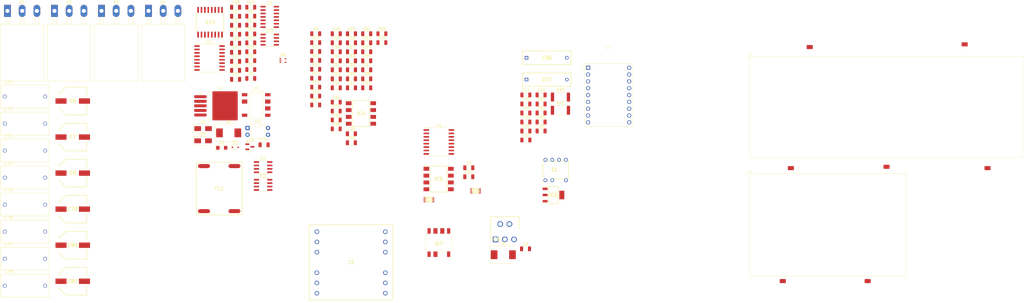
<source format=kicad_pcb>
(kicad_pcb (version 20241229) (generator "pcbnew") (generator_version "9.0")
  (layers (0 "F.Cu" signal) (2 "B.Cu" signal) (13 "F.Paste" user) (15 "B.Paste" user) (5 "F.SilkS" user "F.Silkscreen") (7 "B.SilkS" user "B.Silkscreen") (1 "F.Mask" user) (3 "B.Mask" user) (25 "Edge.Cuts" user))
  (net 0 "")
  (net 1 "OUT1")
  (net 2 "con_gnd")
  (net 3 "HVN1")
  (net 4 "Net-(T3-AB)")
  (net 5 "Net-(U7-DCDC_IN)")
  (net 6 "Net-(U7-DCDC_OUT)")
  (net 7 "Net-(U7-HLDO_OUT)")
  (net 8 "+5V")
  (net 9 "+3.3V")
  (net 10 "+12drvSec")
  (net 11 "Net-(D1-A)")
  (net 12 "Net-(D1-K)")
  (net 13 "Net-(D2-K)")
  (net 14 "Net-(D3-K)")
  (net 15 "HVP1")
  (net 16 "Net-(D4-A)")
  (net 17 "+12drvPrim")
  (net 18 "Net-(D5-A)")
  (net 19 "Net-(IC1-DRV)")
  (net 20 "D_S_1")
  (net 21 "Net-(IC1-MIN_TOFF)")
  (net 22 "Net-(IC1-MIN_TON)")
  (net 24 "Net-(IC2-MIN_TOFF)")
  (net 25 "D_S_2")
  (net 26 "Net-(IC2-DRV)")
  (net 27 "Net-(IC2-MIN_TON)")
  (net 29 "S_P_1")
  (net 30 "G_P_1")
  (net 31 "G_P_2")
  (net 32 "G_S_2")
  (net 33 "G_S_1")
  (net 34 "Net-(U2-EN{slash}UV)")
  (net 35 "Net-(U2-BP{slash}M)")
  (net 36 "Net-(R3-Pad1)")
  (net 37 "VoutMeasDiag")
  (net 38 "Net-(U7-INP)")
  (net 39 "Net-(U7-OUTN)")
  (net 40 "Net-(U7-OUTP)")
  (net 42 "Net-(U8-+)")
  (net 43 "Net-(U8--)")
  (net 44 "VoutMes1")
  (net 45 "CompOut")
  (net 46 "Net-(U9A--)")
  (net 47 "Net-(U9B--)")
  (net 48 "Net-(U9C--)")
  (net 49 "Net-(U9D--)")
  (net 50 "VinMes1")
  (net 51 "CurrInMes1")
  (net 52 "ThermMes1")
  (net 53 "HVP2")
  (net 54 "Net-(U10-FILTER)")
  (net 55 "Net-(U10-GND)")
  (net 56 "CurrOutMes1")
  (net 57 "OUT2")
  (net 58 "CurrOutFault")
  (net 59 "Net-(U14-VCAP)")
  (net 60 "Net-(R20-Pad2)")
  (net 61 "HVN_IN")
  (net 62 "HVP_IN")
  (net 63 "Net-(R21-Pad2)")
  (net 64 "Net-(R22-Pad2)")
  (net 65 "Net-(R23-Pad2)")
  (net 66 "Vref33")
  (net 67 "RX")
  (net 68 "Net-(U14-VOC)")
  (net 69 "Net-(C48-Pad1)")
  (net 70 "Net-(C49-Pad1)")
  (net 71 "GND_IN")
  (net 72 "Net-(C51-Pad1)")
  (net 73 "Net-(C51-Pad2)")
  (net 74 "Net-(C52-Pad2)")
  (net 75 "Net-(C54-Pad2)")
  (net 76 "Net-(C55-Pad2)")
  (net 77 "Net-(C57-Pad1)")
  (net 78 "Net-(C57-Pad2)")
  (net 79 "Net-(C58-Pad2)")
  (net 80 "Net-(C60-Pad2)")
  (net 81 "Net-(C62-Pad2)")
  (net 82 "Net-(C64-Pad2)")
  (net 83 "Net-(C65-Pad2)")
  (net 84 "Net-(C67-Pad2)")
  (net 85 "Net-(C68-Pad2)")
  (net 87 "con_vcc")
  (net 89 "con_RX")
  (net 90 "Net-(IC4-ANODE)")
  (net 91 "Net-(U5-VOA)")
  (net 92 "Net-(U5-VOB)")
  (net 93 "Net-(U5-DT)")
  (net 94 "EN1")
  (net 95 "TX")
  (net 96 "Net-(IC5-ANODE)")
  (net 97 "con_TX")
  (net 98 "Net-(C10-Pad1)")
  (net 99 "ResMuc")
  (net 103 "Net-(IC6-DIM)")
  (net 105 "Net-(IC6-FB)")
  (net 106 "Net-(D7-K)")
  (net 107 "Net-(IC6-BST)")
  (net 108 "PWM1")
  (net 109 "Net-(D6-K)")
  (net 110 "RDY1")
  (net 111 "Net-(C11-Pad1)")
  (net 112 "Net-(C48-Pad2)")
  (net 114 "Net-(C50-Pad2)")
  (net 115 "Net-(C52-Pad1)")
  (net 119 "Net-(T3-AA)")
  (net 123 "GND1")
  (net 127 "Net-(IC7-EN{slash}UV)")
  (net 128 "Net-(IC7-BP{slash}M)")
  (net 129 "Net-(D9-K)")
  (net 130 "Net-(S1-EN{slash}UV)")
  (net 131 "Net-(S1-BP{slash}M)")
  (footprint "Capacitor_SMD:C_1206_3216Metric" (layer "F.Cu") (at 238.805 71.005)
    (property "Reference" "C55" (at 0 -1.85 0) (layer "F.SilkS"))
    (property "Value" "885342208008")
    (pad "1" smd roundrect (at -1.475 0) (size 1.15 1.8) (layers "F.Cu" "F.Mask" "F.Paste") (roundrect_rratio 0.217391) (net 75 "Net-(C54-Pad2)"))
    (pad "2" smd roundrect (at 1.475 0) (size 1.15 1.8) (layers "F.Cu" "F.Mask" "F.Paste") (roundrect_rratio 0.217391) (net 76 "Net-(C55-Pad2)"))
  )
  (footprint "Capacitor_SMD:C_1206_3216Metric" (layer "F.Cu") (at 238.805 74.355)
    (property "Reference" "C65" (at 0 -1.85 0) (layer "F.SilkS"))
    (property "Value" "885342208008")
    (pad "1" smd roundrect (at -1.475 0) (size 1.15 1.8) (layers "F.Cu" "F.Mask" "F.Paste") (roundrect_rratio 0.217391))
    (pad "2" smd roundrect (at 1.475 0) (size 1.15 1.8) (layers "F.Cu" "F.Mask" "F.Paste") (roundrect_rratio 0.217391) (net 83 "Net-(C65-Pad2)"))
  )
  (footprint "B32672L8153J000:CAPRR1500W80L1800T850H1450" (layer "F.Cu") (at 47.265 84.985)
    (property "Reference" "C73" (at -6.075 -5.335 0) (layer "F.SilkS"))
    (property "Value" "B32672L8153J")
    (pad "1" thru_hole circle (at -7.5 0) (size 1.4 1.4) (drill 1.05) (layers "*.Cu" "*.Mask") (net 4 "Net-(T3-AB)"))
    (pad "2" thru_hole circle (at 7.5 0) (size 1.4 1.4) (drill 1.05) (layers "*.Cu" "*.Mask") (net 3 "HVN1"))
  )
  (footprint "Capacitor_SMD:C_1206_3216Metric" (layer "F.Cu") (at 162.79 54.95)
    (property "Reference" "C52" (at 0 -1.85 0) (layer "F.SilkS"))
    (property "Value" "C")
    (pad "1" smd roundrect (at -1.475 0) (size 1.15 1.8) (layers "F.Cu" "F.Mask" "F.Paste") (roundrect_rratio 0.217391) (net 73 "Net-(C51-Pad2)"))
    (pad "2" smd roundrect (at 1.475 0) (size 1.15 1.8) (layers "F.Cu" "F.Mask" "F.Paste") (roundrect_rratio 0.217391) (net 74 "Net-(C52-Pad2)"))
  )
  (footprint "Resistor_SMD:R_1206_3216Metric" (layer "F.Cu") (at 162.77 66.98)
    (property "Reference" "R33" (at 0 -1.83 0) (layer "F.SilkS"))
    (property "Value" "100k")
    (pad "1" smd roundrect (at -1.4625 0) (size 1.125 1.75) (layers "F.Cu" "F.Mask" "F.Paste") (roundrect_rratio 0.222222) (net 66 "Vref33"))
    (pad "2" smd roundrect (at 1.4625 0) (size 1.125 1.75) (layers "F.Cu" "F.Mask" "F.Paste") (roundrect_rratio 0.222222) (net 45 "CompOut"))
  )
  (footprint "Capacitor_SMD:C_1206_3216Metric" (layer "F.Cu") (at 136.005 82.845)
    (property "Reference" "C71" (at 0 -1.85 0) (layer "F.SilkS"))
    (property "Value" "100nF")
    (pad "1" smd roundrect (at -1.475 0) (size 1.15 1.8) (layers "F.Cu" "F.Mask" "F.Paste") (roundrect_rratio 0.217391) (net 10 "+12drvSec"))
    (pad "2" smd roundrect (at 1.475 0) (size 1.15 1.8) (layers "F.Cu" "F.Mask" "F.Paste") (roundrect_rratio 0.217391) (net 2 "con_gnd"))
  )
  (footprint "6N137S-TA1:SOP254P1016X460-8N" (layer "F.Cu") (at 171.95 71.19)
    (property "Reference" "IC4" (at 0 0 0) (layer "F.SilkS") (effects (font (size 1.27 1.27) (thickness 0.254))))
    (property "Value" "6N137S-TA1" (hide yes))
    (pad "1" smd rect (at -4.55 -3.81 90) (size 1.45 2.1) (layers "F.Cu" "F.Mask" "F.Paste"))
    (pad "2" smd rect (at -4.55 -1.27 90) (size 1.45 2.1) (layers "F.Cu" "F.Mask" "F.Paste") (net 90 "Net-(IC4-ANODE)"))
    (pad "3" smd rect (at -4.55 1.27 90) (size 1.45 2.1) (layers "F.Cu" "F.Mask" "F.Paste") (net 3 "HVN1"))
    (pad "4" smd rect (at -4.55 3.81 90) (size 1.45 2.1) (layers "F.Cu" "F.Mask" "F.Paste"))
    (pad "5" smd rect (at 4.55 3.81 90) (size 1.45 2.1) (layers "F.Cu" "F.Mask" "F.Paste") (net 2 "con_gnd"))
    (pad "6" smd rect (at 4.55 1.27 90) (size 1.45 2.1) (layers "F.Cu" "F.Mask" "F.Paste") (net 89 "con_RX"))
    (pad "7" smd rect (at 4.55 -1.27 90) (size 1.45 2.1) (layers "F.Cu" "F.Mask" "F.Paste") (net 87 "con_vcc"))
    (pad "8" smd rect (at 4.55 -3.81 90) (size 1.45 2.1) (layers "F.Cu" "F.Mask" "F.Paste") (net 87 "con_vcc"))
  )
  (footprint "Capacitor_SMD:C_1206_3216Metric" (layer "F.Cu") (at 238.805 64.305)
    (property "Reference" "C53" (at 0 -1.85 0) (layer "F.SilkS"))
    (property "Value" "885342208008")
    (pad "1" smd roundrect (at -1.475 0) (size 1.15 1.8) (layers "F.Cu" "F.Mask" "F.Paste") (roundrect_rratio 0.217391) (net 74 "Net-(C52-Pad2)"))
    (pad "2" smd roundrect (at 1.475 0) (size 1.15 1.8) (layers "F.Cu" "F.Mask" "F.Paste") (roundrect_rratio 0.217391) (net 62 "HVP_IN"))
  )
  (footprint "Capacitor_SMD:C_1206_3216Metric" (layer "F.Cu") (at 233.155 77.705)
    (property "Reference" "C51" (at 0 -1.85 0) (layer "F.SilkS"))
    (property "Value" "885342208008")
    (pad "1" smd roundrect (at -1.475 0) (size 1.15 1.8) (layers "F.Cu" "F.Mask" "F.Paste") (roundrect_rratio 0.217391) (net 114 "Net-(C50-Pad2)"))
    (pad "2" smd roundrect (at 1.475 0) (size 1.15 1.8) (layers "F.Cu" "F.Mask" "F.Paste") (roundrect_rratio 0.217391) (net 71 "GND_IN"))
  )
  (footprint "New_Linrary:ESP32_S3_SuperMini" (layer "F.Cu") (at 263.53 47.18)
    (property "Reference" "U4" (at 0 -0.5 0) (layer "F.SilkS") (effects (font (thickness 0.1))))
    (property "Value" "ESP32-S3-SuperMini")
    (pad "1" thru_hole circle (at 7.97 12.08) (size 1.508 1.508) (drill 1) (layers "*.Cu" "*.Mask"))
    (pad "2" thru_hole circle (at 7.97 14.62) (size 1.508 1.508) (drill 1) (layers "*.Cu" "*.Mask") (net 99 "ResMuc"))
    (pad "3" thru_hole circle (at 7.97 17.16) (size 1.508 1.508) (drill 1) (layers "*.Cu" "*.Mask") (net 52 "ThermMes1"))
    (pad "3V3" thru_hole circle (at -7.27 12.08) (size 1.508 1.508) (drill 1) (layers "*.Cu" "*.Mask"))
    (pad "4" thru_hole circle (at 7.97 19.7) (size 1.508 1.508) (drill 1) (layers "*.Cu" "*.Mask"))
    (pad "5" thru_hole circle (at 7.97 22.24) (size 1.508 1.508) (drill 1) (layers "*.Cu" "*.Mask") (net 94 "EN1"))
    (pad "5V" thru_hole rect (at -7.27 7) (size 1.508 1.508) (drill 1) (layers "*.Cu" "*.Mask"))
    (pad "6" thru_hole circle (at 7.97 24.78) (size 1.508 1.508) (drill 1) (layers "*.Cu" "*.Mask") (net 110 "RDY1"))
    (pad "7" thru_hole circle (at 7.97 27.32) (size 1.508 1.508) (drill 1) (layers "*.Cu" "*.Mask") (net 66 "Vref33"))
    (pad "8" thru_hole circle (at -7.27 27.32) (size 1.508 1.508) (drill 1) (layers "*.Cu" "*.Mask") (net 58 "CurrOutFault"))
    (pad "9" thru_hole circle (at -7.27 24.78) (size 1.508 1.508) (drill 1) (layers "*.Cu" "*.Mask") (net 56 "CurrOutMes1"))
    (pad "10" thru_hole circle (at -7.27 22.24) (size 1.508 1.508) (drill 1) (layers "*.Cu" "*.Mask") (net 51 "CurrInMes1"))
    (pad "11" thru_hole circle (at -7.27 19.7) (size 1.508 1.508) (drill 1) (layers "*.Cu" "*.Mask") (net 37 "VoutMeasDiag"))
    (pad "12" thru_hole circle (at -7.27 17.16) (size 1.508 1.508) (drill 1) (layers "*.Cu" "*.Mask") (net 44 "VoutMes1"))
    (pad "13" thru_hole circle (at -7.27 14.62) (size 1.508 1.508) (drill 1) (layers "*.Cu" "*.Mask") (net 50 "VinMes1"))
    (pad "GND" thru_hole circle (at -7.27 9.54) (size 1.508 1.508) (drill 1) (layers "*.Cu" "*.Mask"))
    (pad "RX" thru_hole circle (at 7.97 9.54) (size 1.508 1.508) (drill 1) (layers "*.Cu" "*.Mask"))
    (pad "TX" thru_hole circle (at 7.97 7) (size 1.508 1.508) (drill 1) (layers "*.Cu" "*.Mask"))
  )
  (footprint "New_Linrary:ELP_102_20_38" (layer "F.Cu") (at 316 50)
    (property "Reference" "T3" (at 0 -0.5 0) (layer "F.SilkS") (effects (font (thickness 0.1))))
    (property "Value" "ELP64/10/50 I64/5/50")
    (pad "1" smd roundrect (at 22.5 -3.5) (size 2.262 1.508) (layers "F.Cu" "F.Mask" "F.Paste") (roundrect_rratio 0.15) (net 119 "Net-(T3-AA)"))
    (pad "2" smd roundrect (at 80 -4.5) (size 2.262 1.508) (layers "F.Cu" "F.Mask" "F.Paste") (roundrect_rratio 0.15) (net 4 "Net-(T3-AB)"))
    (pad "3" smd roundrect (at 15.5 41.5) (size 2.262 1.508) (layers "F.Cu" "F.Mask" "F.Paste") (roundrect_rratio 0.15) (net 20 "D_S_1"))
    (pad "4" smd roundrect (at 51 41) (size 2.262 1.508) (layers "F.Cu" "F.Mask" "F.Paste") (roundrect_rratio 0.15) (net 1 "OUT1"))
    (pad "5" smd roundrect (at 88.5 41.5) (size 2.262 1.508) (layers "F.Cu" "F.Mask" "F.Paste") (roundrect_rratio 0.15) (net 25 "D_S_2"))
  )
  (footprint "B40910A8127M000:B40910A8127M000" (layer "F.Cu") (at 64.99 66.56)
    (property "Reference" "C6" (at 0 0 0) (layer "F.SilkS") (effects (font (size 1.27 1.27) (thickness 0.254))))
    (property "Value" "B40910A8127M000" (hide yes))
    (pad "1" smd rect (at -4.35 0 90) (size 2 4.1) (layers "F.Cu" "F.Mask" "F.Paste") (net 1 "OUT1"))
    (pad "2" smd rect (at 4.35 0 90) (size 2 4.1) (layers "F.Cu" "F.Mask" "F.Paste") (net 2 "con_gnd"))
  )
  (footprint "Resistor_SMD:R_1206_3216Metric" (layer "F.Cu") (at 155.16 54.77)
    (property "Reference" "R13" (at 0 -1.83 0) (layer "F.SilkS"))
    (property "Value" "R")
    (pad "1" smd roundrect (at -1.4625 0) (size 1.125 1.75) (layers "F.Cu" "F.Mask" "F.Paste") (roundrect_rratio 0.222222) (net 30 "G_P_1"))
    (pad "2" smd roundrect (at 1.4625 0) (size 1.125 1.75) (layers "F.Cu" "F.Mask" "F.Paste") (roundrect_rratio 0.222222) (net 29 "S_P_1"))
  )
  (footprint "Capacitor_SMD:C_1206_3216Metric" (layer "F.Cu") (at 168.44 51.6)
    (property "Reference" "C58" (at 0 -1.85 0) (layer "F.SilkS"))
    (property "Value" "C")
    (pad "1" smd roundrect (at -1.475 0) (size 1.15 1.8) (layers "F.Cu" "F.Mask" "F.Paste") (roundrect_rratio 0.217391) (net 78 "Net-(C57-Pad2)"))
    (pad "2" smd roundrect (at 1.475 0) (size 1.15 1.8) (layers "F.Cu" "F.Mask" "F.Paste") (roundrect_rratio 0.217391) (net 79 "Net-(C58-Pad2)"))
  )
  (footprint "Resistor_SMD:R_1206_3216Metric" (layer "F.Cu") (at 179.72 41.53)
    (property "Reference" "R39" (at 0 -1.83 0) (layer "F.SilkS"))
    (property "Value" "R")
    (pad "1" smd roundrect (at -1.4625 0) (size 1.125 1.75) (layers "F.Cu" "F.Mask" "F.Paste") (roundrect_rratio 0.222222) (net 71 "GND_IN"))
    (pad "2" smd roundrect (at 1.4625 0) (size 1.125 1.75) (layers "F.Cu" "F.Mask" "F.Paste") (roundrect_rratio 0.222222) (net 72 "Net-(C51-Pad1)"))
  )
  (footprint "Capacitor_SMD:C_1206_3216Metric" (layer "F.Cu") (at 125.425 55.155)
    (property "Reference" "C45" (at 0 -1.85 0) (layer "F.SilkS"))
    (property "Value" "100nF")
    (pad "1" smd roundrect (at -1.475 0) (size 1.15 1.8) (layers "F.Cu" "F.Mask" "F.Paste") (roundrect_rratio 0.217391) (net 8 "+5V"))
    (pad "2" smd roundrect (at 1.475 0) (size 1.15 1.8) (layers "F.Cu" "F.Mask" "F.Paste") (roundrect_rratio 0.217391) (net 3 "HVN1"))
  )
  (footprint "Capacitor_SMD:C_1206_3216Metric" (layer "F.Cu") (at 174.09 58.3)
    (property "Reference" "C68" (at 0 -1.85 0) (layer "F.SilkS"))
    (property "Value" "C")
    (pad "1" smd roundrect (at -1.475 0) (size 1.15 1.8) (layers "F.Cu" "F.Mask" "F.Paste") (roundrect_rratio 0.217391) (net 84 "Net-(C67-Pad2)"))
    (pad "2" smd roundrect (at 1.475 0) (size 1.15 1.8) (layers "F.Cu" "F.Mask" "F.Paste") (roundrect_rratio 0.217391) (net 85 "Net-(C68-Pad2)"))
  )
  (footprint "Resistor_SMD:R_1206_3216Metric" (layer "F.Cu") (at 155.16 48.15)
    (property "Reference" "R11" (at 0 -1.83 0) (layer "F.SilkS"))
    (property "Value" "R")
    (pad "1" smd roundrect (at -1.4625 0) (size 1.125 1.75) (layers "F.Cu" "F.Mask" "F.Paste") (roundrect_rratio 0.222222) (net 32 "G_S_2"))
    (pad "2" smd roundrect (at 1.4625 0) (size 1.125 1.75) (layers "F.Cu" "F.Mask" "F.Paste") (roundrect_rratio 0.222222) (net 26 "Net-(IC2-DRV)"))
  )
  (footprint "74LVC1G74DC_125:SOP50P310X100-8N" (layer "F.Cu") (at 197.175 103.28)
    (property "Reference" "IC3" (at 0 0 0) (layer "F.SilkS") (effects (font (size 1.27 1.27) (thickness 0.254))))
    (property "Value" "74LVC1G74DC,125" (hide yes))
    (pad "1" smd rect (at -1.575 -0.75 90) (size 0.3 0.85) (layers "F.Cu" "F.Mask" "F.Paste") (net 3 "HVN1"))
    (pad "2" smd rect (at -1.575 -0.25 90) (size 0.3 0.85) (layers "F.Cu" "F.Mask" "F.Paste") (net 3 "HVN1"))
    (pad "3" smd rect (at -1.575 0.25 90) (size 0.3 0.85) (layers "F.Cu" "F.Mask" "F.Paste") (net 94 "EN1"))
    (pad "4" smd rect (at -1.575 0.75 90) (size 0.3 0.85) (layers "F.Cu" "F.Mask" "F.Paste") (net 3 "HVN1"))
    (pad "5" smd rect (at 1.575 0.75 90) (size 0.3 0.85) (layers "F.Cu" "F.Mask" "F.Paste"))
    (pad "6" smd rect (at 1.575 0.25 90) (size 0.3 0.85) (layers "F.Cu" "F.Mask" "F.Paste") (net 99 "ResMuc"))
    (pad "7" smd rect (at 1.575 -0.25 90) (size 0.3 0.85) (layers "F.Cu" "F.Mask" "F.Paste") (net 45 "CompOut"))
    (pad "8" smd rect (at 1.575 -0.75 90) (size 0.3 0.85) (layers "F.Cu" "F.Mask" "F.Paste") (net 9 "+3.3V"))
  )
  (footprint "Resistor_SMD:R_1206_3216Metric" (layer "F.Cu") (at 131.055 31.685)
    (property "Reference" "R20" (at 0 -1.83 0) (layer "F.SilkS"))
    (property "Value" "100K 0.1% 520mW")
    (pad "1" smd roundrect (at -1.4625 0) (size 1.125 1.75) (layers "F.Cu" "F.Mask" "F.Paste") (roundrect_rratio 0.222222) (net 15 "HVP1"))
    (pad "2" smd roundrect (at 1.4625 0) (size 1.125 1.75) (layers "F.Cu" "F.Mask" "F.Paste") (roundrect_rratio 0.222222) (net 60 "Net-(R20-Pad2)"))
  )
  (footprint "Capacitor_SMD:C_1206_3216Metric" (layer "F.Cu") (at 174.09 54.95)
    (property "Reference" "C67" (at 0 -1.85 0) (layer "F.SilkS"))
    (property "Value" "C")
    (pad "1" smd roundrect (at -1.475 0) (size 1.15 1.8) (layers "F.Cu" "F.Mask" "F.Paste") (roundrect_rratio 0.217391) (net 61 "HVN_IN"))
    (pad "2" smd roundrect (at 1.475 0) (size 1.15 1.8) (layers "F.Cu" "F.Mask" "F.Paste") (roundrect_rratio 0.217391) (net 84 "Net-(C67-Pad2)"))
  )
  (footprint "Capacitor_SMD:C_1206_3216Metric" (layer "F.Cu") (at 162.79 58.3)
    (property "Reference" "C53" (at 0 -1.85 0) (layer "F.SilkS"))
    (property "Value" "C")
    (pad "1" smd roundrect (at -1.475 0) (size 1.15 1.8) (layers "F.Cu" "F.Mask" "F.Paste") (roundrect_rratio 0.217391) (net 74 "Net-(C52-Pad2)"))
    (pad "2" smd roundrect (at 1.475 0) (size 1.15 1.8) (layers "F.Cu" "F.Mask" "F.Paste") (roundrect_rratio 0.217391) (net 53 "HVP2"))
  )
  (footprint "Capacitor_SMD:C_1206_3216Metric" (layer "F.Cu") (at 162.79 51.6)
    (property "Reference" "C51" (at 0 -1.85 0) (layer "F.SilkS"))
    (property "Value" "C")
    (pad "1" smd roundrect (at -1.475 0) (size 1.15 1.8) (layers "F.Cu" "F.Mask" "F.Paste") (roundrect_rratio 0.217391) (net 72 "Net-(C51-Pad1)"))
    (pad "2" smd roundrect (at 1.475 0) (size 1.15 1.8) (layers "F.Cu" "F.Mask" "F.Paste") (roundrect_rratio 0.217391) (net 73 "Net-(C51-Pad2)"))
  )
  (footprint "Capacitor_SMD:C_1206_3216Metric" (layer "F.Cu") (at 233.155 74.355)
    (property "Reference" "C50" (at 0 -1.85 0) (layer "F.SilkS"))
    (property "Value" "885342208008")
    (pad "1" smd roundrect (at -1.475 0) (size 1.15 1.8) (layers "F.Cu" "F.Mask" "F.Paste") (roundrect_rratio 0.217391) (net 3 "HVN1"))
    (pad "2" smd roundrect (at 1.475 0) (size 1.15 1.8) (layers "F.Cu" "F.Mask" "F.Paste") (roundrect_rratio 0.217391) (net 114 "Net-(C50-Pad2)"))
  )
  (footprint "Resistor_SMD:R_1206_3216Metric" (layer "F.Cu") (at 155.16 58.08)
    (property "Reference" "R14" (at 0 -1.83 0) (layer "F.SilkS"))
    (property "Value" "R")
    (pad "1" smd roundrect (at -1.4625 0) (size 1.125 1.75) (layers "F.Cu" "F.Mask" "F.Paste") (roundrect_rratio 0.222222) (net 31 "G_P_2"))
    (pad "2" smd roundrect (at 1.4625 0) (size 1.125 1.75) (layers "F.Cu" "F.Mask" "F.Paste") (roundrect_rratio 0.222222) (net 92 "Net-(U5-VOB)"))
  )
  (footprint "B40910A8127M000:B40910A8127M000" (layer "F.Cu") (at 64.99 79.96)
    (property "Reference" "C7" (at 0 0 0) (layer "F.SilkS") (effects (font (size 1.27 1.27) (thickness 0.254))))
    (property "Value" "B40910A8127M000" (hide yes))
    (pad "1" smd rect (at -4.35 0 90) (size 2 4.1) (layers "F.Cu" "F.Mask" "F.Paste") (net 1 "OUT1"))
    (pad "2" smd rect (at 4.35 0 90) (size 2 4.1) (layers "F.Cu" "F.Mask" "F.Paste") (net 2 "con_gnd"))
  )
  (footprint "Package_DIP:PowerIntegrations_SMD-8C" (layer "F.Cu") (at 133.065 68.035)
    (property "Reference" "U2" (at 0 -6.14 0) (layer "F.SilkS"))
    (property "Value" "TNY274G")
    (pad "1" smd rect (at -4.3 -3.81) (size 2 1.17) (layers "F.Cu" "F.Mask" "F.Paste") (net 34 "Net-(U2-EN{slash}UV)"))
    (pad "2" smd rect (at -4.3 -1.27) (size 2 1.52) (layers "F.Cu" "F.Mask" "F.Paste") (net 35 "Net-(U2-BP{slash}M)"))
    (pad "4" smd rect (at -4.3 3.81) (size 2 1.17) (layers "F.Cu" "F.Mask" "F.Paste") (net 11 "Net-(D1-A)"))
    (pad "5" smd rect (at 4.3 3.81) (size 2 1.17) (layers "F.Cu" "F.Mask" "F.Paste") (net 3 "HVN1"))
    (pad "6" smd rect (at 4.3 1.27) (size 2 1.52) (layers "F.Cu" "F.Mask" "F.Paste") (net 3 "HVN1"))
    (pad "7" smd rect (at 4.3 -1.27) (size 2 1.52) (layers "F.Cu" "F.Mask" "F.Paste") (net 3 "HVN1"))
    (pad "8" smd rect (at 4.3 -3.81) (size 2 1.17) (layers "F.Cu" "F.Mask" "F.Paste") (net 3 "HVN1"))
  )
  (footprint "6N137S-TA1:SOP254P1016X460-8N" (layer "F.Cu") (at 200.775 95.565)
    (property "Reference" "IC5" (at 0 0 0) (layer "F.SilkS") (effects (font (size 1.27 1.27) (thickness 0.254))))
    (property "Value" "6N137S-TA1" (hide yes))
    (pad "1" smd rect (at -4.55 -3.81 90) (size 1.45 2.1) (layers "F.Cu" "F.Mask" "F.Paste"))
    (pad "2" smd rect (at -4.55 -1.27 90) (size 1.45 2.1) (layers "F.Cu" "F.Mask" "F.Paste") (net 96 "Net-(IC5-ANODE)"))
    (pad "3" smd rect (at -4.55 1.27 90) (size 1.45 2.1) (layers "F.Cu" "F.Mask" "F.Paste") (net 2 "con_gnd"))
    (pad "4" smd rect (at -4.55 3.81 90) (size 1.45 2.1) (layers "F.Cu" "F.Mask" "F.Paste"))
    (pad "5" smd rect (at 4.55 3.81 90) (size 1.45 2.1) (layers "F.Cu" "F.Mask" "F.Paste") (net 3 "HVN1"))
    (pad "6" smd rect (at 4.55 1.27 90) (size 1.45 2.1) (layers "F.Cu" "F.Mask" "F.Paste") (net 67 "RX"))
    (pad "7" smd rect (at 4.55 -1.27 90) (size 1.45 2.1) (layers "F.Cu" "F.Mask" "F.Paste") (net 9 "+3.3V"))
    (pad "8" smd rect (at 4.55 -3.81 90) (size 1.45 2.1) (layers "F.Cu" "F.Mask" "F.Paste") (net 9 "+3.3V"))
  )
  (footprint "Capacitor_SMD:C_1206_3216Metric" (layer "F.Cu") (at 168.44 41.55)
    (property "Reference" "C55" (at 0 -1.85 0) (layer "F.SilkS"))
    (property "Value" "C")
    (pad "1" smd roundrect (at -1.475 0) (size 1.15 1.8) (layers "F.Cu" "F.Mask" "F.Paste") (roundrect_rratio 0.217391) (net 75 "Net-(C54-Pad2)"))
    (pad "2" smd roundrect (at 1.475 0) (size 1.15 1.8) (layers "F.Cu" "F.Mask" "F.Paste") (roundrect_rratio 0.217391) (net 76 "Net-(C55-Pad2)"))
  )
  (footprint "Resistor_SMD:R_1206_3216Metric" (layer "F.Cu") (at 131.055 41.615)
    (property "Reference" "R23" (at 0 -1.83 0) (layer "F.SilkS"))
    (property "Value" "100K 0.1% 520mW")
    (pad "1" smd roundrect (at -1.4625 0) (size 1.125 1.75) (layers "F.Cu" "F.Mask" "F.Paste") (roundrect_rratio 0.222222) (net 64 "Net-(R22-Pad2)"))
    (pad "2" smd roundrect (at 1.4625 0) (size 1.125 1.75) (layers "F.Cu" "F.Mask" "F.Paste") (roundrect_rratio 0.222222) (net 65 "Net-(R23-Pad2)"))
  )
  (footprint "Package_TO_SOT_THT:TO-247-3_Horizontal_TabUp" (layer "F.Cu") (at 40.765 33.055)
    (property "Reference" "Q1" (at 5.45 -3.2 0) (layer "F.SilkS"))
    (property "Value" "IPW60R060C7XKSA1")
    (pad "" np_thru_hole circle (at 5.45 19.86) (size 3.6 3.6) (drill 3.6) (layers "*.Cu" "*.Mask"))
    (pad "1" thru_hole rect (at 0 0) (size 2.5 4.5) (drill 1.5) (layers "*.Cu" "*.Mask") (net 30 "G_P_1"))
    (pad "2" thru_hole oval (at 5.45 0) (size 2.5 4.5) (drill 1.5) (layers "*.Cu" "*.Mask") (net 15 "HVP1"))
    (pad "3" thru_hole oval (at 10.9 0) (size 2.5 4.5) (drill 1.5) (layers "*.Cu" "*.Mask") (net 29 "S_P_1"))
  )
  (footprint "Capacitor_SMD:C_1206_3216Metric" (layer "F.Cu") (at 125.425 38.405)
    (property "Reference" "C32" (at 0 -1.85 0) (layer "F.SilkS"))
    (property "Value" "100nF")
    (pad "1" smd roundrect (at -1.475 0) (size 1.15 1.8) (layers "F.Cu" "F.Mask" "F.Paste") (roundrect_rratio 0.217391) (net 7 "Net-(U7-HLDO_OUT)"))
    (pad "2" smd roundrect (at 1.475 0) (size 1.15 1.8) (layers "F.Cu" "F.Mask" "F.Paste") (roundrect_rratio 0.217391) (net 2 "con_gnd"))
  )
  (footprint "11328-T074:11328T074" (layer "F.Cu") (at 181 138)
    (property "Reference" "T2" (at -12.7 -11.43 0) (layer "F.SilkS") (effects (font (size 1.27 1.27) (thickness 0.254))))
    (property "Value" "11328-T074" (hide yes))
    (pad "1" thru_hole circle (at 0 0) (size 1.65 1.65) (drill 1.1) (layers "*.Cu" "*.Mask") (net 11 "Net-(D1-A)"))
    (pad "2" thru_hole circle (at 0 -3.81) (size 1.65 1.65) (drill 1.1) (layers "*.Cu" "*.Mask"))
    (pad "3" thru_hole circle (at 0 -7.62) (size 1.65 1.65) (drill 1.1) (layers "*.Cu" "*.Mask") (net 15 "HVP1"))
    (pad "4" thru_hole circle (at 0 -15.24) (size 1.65 1.65) (drill 1.1) (layers "*.Cu" "*.Mask"))
    (pad "5" thru_hole circle (at 0 -19.05) (size 1.65 1.65) (drill 1.1) (layers "*.Cu" "*.Mask"))
    (pad "6" thru_hole circle (at 0 -22.86) (size 1.65 1.65) (drill 1.1) (layers "*.Cu" "*.Mask"))
    (pad "7" thru_hole circle (at -25.4 -22.86) (size 1.65 1.65) (drill 1.1) (layers "*.Cu" "*.Mask"))
    (pad "8" thru_hole circle (at -25.4 -19.05) (size 1.65 1.65) (drill 1.1) (layers "*.Cu" "*.Mask") (net 16 "Net-(D4-A)"))
    (pad "9" thru_hole circle (at -25.4 -15.24) (size 1.65 1.65) (drill 1.1) (layers "*.Cu" "*.Mask") (net 16 "Net-(D4-A)"))
    (pad "10" thru_hole circle (at -25.4 -7.62) (size 1.65 1.65) (drill 1.1) (layers "*.Cu" "*.Mask") (net 123 "GND1"))
    (pad "11" thru_hole circle (at -25.4 -3.81) (size 1.65 1.65) (drill 1.1) (layers "*.Cu" "*.Mask") (net 123 "GND1"))
    (pad "12" thru_hole circle (at -25.4 0) (size 1.65 1.65) (drill 1.1) (layers "*.Cu" "*.Mask"))
  )
  (footprint "Resistor_SMD:R_1206_3216Metric" (layer "F.Cu") (at 131.055 51.545)
    (property "Reference" "R34" (at 0 -1.83 0) (layer "F.SilkS"))
    (property "Value" "R")
    (pad "1" smd roundrect (at -1.4625 0) (size 1.125 1.75) (layers "F.Cu" "F.Mask" "F.Paste") (roundrect_rratio 0.222222) (net 66 "Vref33"))
    (pad "2" smd roundrect (at 1.4625 0) (size 1.125 1.75) (layers "F.Cu" "F.Mask" "F.Paste") (roundrect_rratio 0.222222) (net 52 "ThermMes1"))
  )
  (footprint "Capacitor_SMD:C_1206_3216Metric" (layer "F.Cu") (at 168.44 61.65)
    (property "Reference" "C61" (at 0 -1.85 0) (layer "F.SilkS"))
    (property "Value" "C")
    (pad "1" smd roundrect (at -1.475 0) (size 1.15 1.8) (layers "F.Cu" "F.Mask" "F.Paste") (roundrect_rratio 0.217391) (net 80 "Net-(C60-Pad2)"))
    (pad "2" smd roundrect (at 1.475 0) (size 1.15 1.8) (layers "F.Cu" "F.Mask" "F.Paste") (roundrect_rratio 0.217391) (net 3 "HVN1"))
  )
  (footprint "Capacitor_SMD:C_1206_3216Metric" (layer "F.Cu") (at 125.425 51.805)
    (property "Reference" "C42" (at 0 -1.85 0) (layer "F.SilkS"))
    (property "Value" "100nF")
    (pad "1" smd roundrect (at -1.475 0) (size 1.15 1.8) (layers "F.Cu" "F.Mask" "F.Paste") (roundrect_rratio 0.217391) (net 3 "HVN1"))
    (pad "2" smd roundrect (at 1.475 0) (size 1.15 1.8) (layers "F.Cu" "F.Mask" "F.Paste") (roundrect_rratio 0.217391) (net 8 "+5V"))
  )
  (footprint "B40910A8127M000:B40910A8127M000" (layer "F.Cu") (at 64.99 120.16)
    (property "Reference" "C80" (at 0 0 0) (layer "F.SilkS") (effects (font (size 1.27 1.27) (thickness 0.254))))
    (property "Value" "B40910A8127M000" (hide yes))
    (pad "1" smd rect (at -4.35 0 90) (size 2 4.1) (layers "F.Cu" "F.Mask" "F.Paste") (net 2 "con_gnd"))
    (pad "2" smd rect (at 4.35 0 90) (size 2 4.1) (layers "F.Cu" "F.Mask" "F.Paste") (net 1 "OUT1"))
  )
  (footprint "Package_TO_SOT_THT:TO-247-3_Horizontal_TabUp" (layer "F.Cu") (at 58.215 33.055)
    (property "Reference" "Q2" (at 5.45 -3.2 0) (layer "F.SilkS"))
    (property "Value" "IPW60R060C7XKSA1")
    (pad "" np_thru_hole circle (at 5.45 19.86) (size 3.6 3.6) (drill 3.6) (layers "*.Cu" "*.Mask"))
    (pad "1" thru_hole rect (at 0 0) (size 2.5 4.5) (drill 1.5) (layers "*.Cu" "*.Mask") (net 31 "G_P_2"))
    (pad "2" thru_hole oval (at 5.45 0) (size 2.5 4.5) (drill 1.5) (layers "*.Cu" "*.Mask") (net 29 "S_P_1"))
    (pad "3" thru_hole oval (at 10.9 0) (size 2.5 4.5) (drill 1.5) (layers "*.Cu" "*.Mask") (net 3 "HVN1"))
  )
  (footprint "Package_SO:SOIC-16W_7.5x10.3mm_P1.27mm" (layer "F.Cu") (at 200.855 81.775)
    (property "Reference" "U5" (at 0 -6.1 0) (layer "F.SilkS"))
    (property "Value" "SI82394AD-IS")
    (pad "1" smd roundrect (at -4.65 -4.445) (size 2.05 0.6) (layers "F.Cu" "F.Mask" "F.Paste") (net 108 "PWM1"))
    (pad "2" smd roundrect (at -4.65 -3.175) (size 2.05 0.6) (layers "F.Cu" "F.Mask" "F.Paste"))
    (pad "3" smd roundrect (at -4.65 -1.905) (size 2.05 0.6) (layers "F.Cu" "F.Mask" "F.Paste") (net 8 "+5V"))
    (pad "4" smd roundrect (at -4.65 -0.635) (size 2.05 0.6) (layers "F.Cu" "F.Mask" "F.Paste") (net 3 "HVN1"))
    (pad "5" smd roundrect (at -4.65 0.635) (size 2.05 0.6) (layers "F.Cu" "F.Mask" "F.Paste") (net 94 "EN1"))
    (pad "6" smd roundrect (at -4.65 1.905) (size 2.05 0.6) (layers "F.Cu" "F.Mask" "F.Paste") (net 93 "Net-(U5-DT)"))
    (pad "7" smd roundrect (at -4.65 3.175) (size 2.05 0.6) (layers "F.Cu" "F.Mask" "F.Paste") (net 110 "RDY1"))
    (pad "8" smd roundrect (at -4.65 4.445) (size 2.05 0.6) (layers "F.Cu" "F.Mask" "F.Paste") (net 8 "+5V"))
    (pad "9" smd roundrect (at 4.65 4.445) (size 2.05 0.6) (layers "F.Cu" "F.Mask" "F.Paste") (net 3 "HVN1"))
    (pad "10" smd roundrect (at 4.65 3.175) (size 2.05 0.6) (layers "F.Cu" "F.Mask" "F.Paste") (net 92 "Net-(U5-VOB)"))
    (pad "11" smd roundrect (at 4.65 1.905) (size 2.05 0.6) (layers "F.Cu" "F.Mask" "F.Paste") (net 17 "+12drvPrim"))
    (pad "12" smd roundrect (at 4.65 0.635) (size 2.05 0.6) (layers "F.Cu" "F.Mask" "F.Paste"))
    (pad "13" smd roundrect (at 4.65 -0.635) (size 2.05 0.6) (layers "F.Cu" "F.Mask" "F.Paste"))
    (pad "14" smd roundrect (at 4.65 -1.905) (size 2.05 0.6) (layers "F.Cu" "F.Mask" "F.Paste") (net 30 "G_P_1"))
    (pad "15" smd roundrect (at 4.65 -3.175) (size 2.05 0.6) (layers "F.Cu" "F.Mask" "F.Paste") (net 91 "Net-(U5-VOA)"))
    (pad "16" smd roundrect (at 4.65 -4.445) (size 2.05 0.6) (layers "F.Cu" "F.Mask" "F.Paste") (net 109 "Net-(D6-K)"))
  )
  (footprint "Resistor_SMD:R_1206_3216Metric" (layer "F.Cu") (at 131.055 54.855)
    (property "Reference" "R37" (at 0 -1.83 0) (layer "F.SilkS"))
    (property "Value" "R")
    (pad "1" smd roundrect (at -1.4625 0) (size 1.125 1.75) (layers "F.Cu" "F.Mask" "F.Paste") (roundrect_rratio 0.222222) (net 67 "RX"))
    (pad "2" smd roundrect (at 1.4625 0) (size 1.125 1.75) (layers "F.Cu" "F.Mask" "F.Paste") (roundrect_rratio 0.222222) (net 9 "+3.3V"))
  )
  (footprint "B32672L8153J000:CAPRR1500W80L1800T850H1450" (layer "F.Cu") (at 47.265 95.035)
    (property "Reference" "C74" (at -6.075 -5.335 0) (layer "F.SilkS"))
    (property "Value" "B32672L8153J")
    (pad "1" thru_hole circle (at -7.5 0) (size 1.4 1.4) (drill 1.05) (layers "*.Cu" "*.Mask") (net 4 "Net-(T3-AB)"))
    (pad "2" thru_hole circle (at 7.5 0) (size 1.4 1.4) (drill 1.05) (layers "*.Cu" "*.Mask") (net 3 "HVN1"))
  )
  (footprint "Resistor_SMD:R_1206_3216Metric" (layer "F.Cu") (at 155.16 41.53)
    (property "Reference" "R9" (at 0 -1.83 0) (layer "F.SilkS"))
    (property "Value" "R")
    (pad "1" smd roundrect (at -1.4625 0) (size 1.125 1.75) (layers "F.Cu" "F.Mask" "F.Paste") (roundrect_rratio 0.222222) (net 24 "Net-(IC2-MIN_TOFF)"))
    (pad "2" smd roundrect (at 1.4625 0) (size 1.125 1.75) (layers "F.Cu" "F.Mask" "F.Paste") (roundrect_rratio 0.222222) (net 2 "con_gnd"))
  )
  (footprint "Package_TO_SOT_SMD:TO-263-5_TabPin3" (layer "F.Cu") (at 120.015 68.355)
    (property "Reference" "U1" (at 0 -6.65 0) (layer "F.SilkS"))
    (property "Value" "LM2575-5.0BU")
    (pad "1" smd roundrect (at -7.65 -3.4) (size 4.6 1.1) (layers "F.Cu" "F.Mask" "F.Paste") (roundrect_rratio 0.227273) (net 17 "+12drvPrim"))
    (pad "2" smd roundrect (at -7.65 -1.7) (size 4.6 1.1) (layers "F.Cu" "F.Mask" "F.Paste") (roundrect_rratio 0.227273) (net 13 "Net-(D2-K)"))
    (pad "3" smd roundrect (at -7.65 0) (size 4.6 1.1) (layers "F.Cu" "F.Mask" "F.Paste") (roundrect_rratio 0.227273) (net 3 "HVN1"))
    (pad "3" smd roundrect (at 1.5 0) (size 9.4 10.8) (layers "F.Cu" "F.Mask") (roundrect_rratio 0.026596) (net 3 "HVN1"))
    (pad "4" smd roundrect (at -7.65 1.7) (size 4.6 1.1) (layers "F.Cu" "F.Mask" "F.Paste") (roundrect_rratio 0.227273) (net 8 "+5V"))
    (pad "5" smd roundrect (at -7.65 3.4) (size 4.6 1.1) (layers "F.Cu" "F.Mask" "F.Paste") (roundrect_rratio 0.227273) (net 3 "HVN1"))
  )
  (footprint "Resistor_SMD:R_1206_3216Metric" (layer "F.Cu") (at 155.16 44.84)
    (property "Reference" "R10" (at 0 -1.83 0) (layer "F.SilkS"))
    (property "Value" "R")
    (pad "1" smd roundrect (at -1.4625 0) (size 1.125 1.75) (layers "F.Cu" "F.Mask" "F.Paste") (roundrect_rratio 0.222222) (net 27 "Net-(IC2-MIN_TON)"))
    (pad "2" smd roundrect (at 1.4625 0) (size 1.125 1.75) (layers "F.Cu" "F.Mask" "F.Paste") (roundrect_rratio 0.222222) (net 2 "con_gnd"))
  )
  (footprint "Capacitor_SMD:C_1206_3216Metric" (layer "F.Cu") (at 233.155 81.055)
    (property "Reference" "C52" (at 0 -1.85 0) (layer "F.SilkS"))
    (property "Value" "885342208008")
    (pad "1" smd roundrect (at -1.475 0) (size 1.15 1.8) (layers "F.Cu" "F.Mask" "F.Paste") (roundrect_rratio 0.217391) (net 115 "Net-(C52-Pad1)"))
    (pad "2" smd roundrect (at 1.475 0) (size 1.15 1.8) (layers "F.Cu" "F.Mask" "F.Paste") (roundrect_rratio 0.217391) (net 74 "Net-(C52-Pad2)"))
  )
  (footprint "Capacitor_SMD:C_1206_3216Metric" (layer "F.Cu") (at 233.155 64.305)
    (property "Reference" "C11" (at 0 -1.85 0) (layer "F.SilkS"))
    (property "Value" "885342208008")
    (pad "1" smd roundrect (at -1.475 0) (size 1.15 1.8) (layers "F.Cu" "F.Mask" "F.Paste") (roundrect_rratio 0.217391) (net 111 "Net-(C11-Pad1)"))
    (pad "2" smd roundrect (at 1.475 0) (size 1.15 1.8) (layers "F.Cu" "F.Mask" "F.Paste") (roundrect_rratio 0.217391) (net 62 "HVP_IN"))
  )
  (footprint "Capacitor_SMD:C_1206_3216Metric" (layer "F.Cu") (at 211.975 94.725)
    (property "Reference" "C10" (at 0 -1.85 0) (layer "F.SilkS"))
    (property "Value" "100nF")
    (pad "1" smd roundrect (at -1.475 0) (size 1.15 1.8) (layers "F.Cu" "F.Mask" "F.Paste") (roundrect_rratio 0.217391) (net 98 "Net-(C10-Pad1)"))
    (pad "2" smd roundrect (at 1.475 0) (size 1.15 1.8) (layers "F.Cu" "F.Mask" "F.Paste") (roundrect_rratio 0.217391) (net 2 "con_gnd"))
  )
  (footprint "Capacitor_SMD:C_1206_3216Metric" (layer "F.Cu") (at 233.155 67.655)
    (property "Reference" "C48" (at 0 -1.85 0) (layer "F.SilkS"))
    (property "Value" "885342208008")
    (pad "1" smd roundrect (at -1.475 0) (size 1.15 1.8) (layers "F.Cu" "F.Mask" "F.Paste") (roundrect_rratio 0.217391) (net 71 "GND_IN"))
    (pad "2" smd roundrect (at 1.475 0) (size 1.15 1.8) (layers "F.Cu" "F.Mask" "F.Paste") (roundrect_rratio 0.217391) (net 112 "Net-(C48-Pad2)"))
  )
  (footprint "Capacitor_SMD:C_1206_3216Metric" (layer "F.Cu") (at 125.425 58.505)
    (property "Reference" "C70" (at 0 -1.85 0) (layer "F.SilkS"))
    (property "Value" "100nF")
    (pad "1" smd roundrect (at -1.475 0) (size 1.15 1.8) (layers "F.Cu" "F.Mask" "F.Paste") (roundrect_rratio 0.217391) (net 3 "HVN1"))
    (pad "2" smd roundrect (at 1.475 0) (size 1.15 1.8) (layers "F.Cu" "F.Mask" "F.Paste") (roundrect_rratio 0.217391) (net 9 "+3.3V"))
  )
  (footprint "Package_SO:SOIC-8_3.9x4.9mm_P1.27mm" (layer "F.Cu") (at 135.635 97.725)
    (property "Reference" "IC2" (at 0 -3.4 0) (layer "F.SilkS"))
    (property "Value" "NCP43080ADR2G")
    (pad "1" smd roundrect (at -2.475 -1.905) (size 1.95 0.6) (layers "F.Cu" "F.Mask" "F.Paste") (net 10 "+12drvSec"))
    (pad "2" smd roundrect (at -2.475 -0.635) (size 1.95 0.6) (layers "F.Cu" "F.Mask" "F.Paste") (net 24 "Net-(IC2-MIN_TOFF)"))
    (pad "3" smd roundrect (at -2.475 0.635) (size 1.95 0.6) (layers "F.Cu" "F.Mask" "F.Paste") (net 27 "Net-(IC2-MIN_TON)"))
    (pad "4" smd roundrect (at -2.475 1.905) (size 1.95 0.6) (layers "F.Cu" "F.Mask" "F.Paste") (net 2 "con_gnd"))
    (pad "5" smd roundrect (at 2.475 1.905) (size 1.95 0.6) (layers "F.Cu" "F.Mask" "F.Paste"))
    (pad "6" smd roundrect (at 2.475 0.635) (size 1.95 0.6) (layers "F.Cu" "F.Mask" "F.Paste") (net 25 "D_S_2"))
    (pad "7" smd roundrect (at 2.475 -0.635) (size 1.95 0.6) (layers "F.Cu" "F.Mask" "F.Paste") (net 2 "con_gnd"))
    (pad "8" smd roundrect (at 2.475 -1.905) (size 1.95 0.6) (layers "F.Cu" "F.Mask" "F.Paste") (net 26 "Net-(IC2-DRV)"))
  )
  (footprint "Package_TO_SOT_THT:TO-247-3_Horizontal_TabUp" (layer "F.Cu") (at 93.115 33.055)
    (property "Reference" "Q4" (at 5.45 -3.2 0) (layer "F.SilkS"))
    (property "Value" "IPW60R060C7XKSA1")
    (pad "" np_thru_hole circle (at 5.45 19.86) (size 3.6 3.6) (drill 3.6) (layers "*.Cu" "*.Mask"))
    (pad "1" thru_hole rect (at 0 0) (size 2.5 4.5) (drill 1.5) (layers "*.Cu" "*.Mask") (net 33 "G_S_1"))
    (pad "2" thru_hole oval (at 5.45 0) (size 2.5 4.5) (drill 1.5) (layers "*.Cu" "*.Mask") (net 20 "D_S_1"))
    (pad "3" thru_hole oval (at 10.9 0) (size 2.5 4.5) (drill 1.5) (layers "*.Cu" "*.Mask") (net 2 "con_gnd"))
  )
  (footprint "LM2575HVT-12_LF03:TO170P470X1028X2142-5P" (layer "F.Cu") (at 221.955 118.005)
    (property "Reference" "IC8" (at 0 0 0) (layer "F.SilkS") (effects (font (size 1.27 1.27) (thickness 0.254))))
    (property "Value" "LM2575HVT-12_LF03" (hide yes))
    (pad "1" thru_hole rect (at 0 0) (size 2.1 2.1) (drill 1.4) (layers "*.Cu" "*.Mask") (net 1 "OUT1"))
    (pad "2" thru_hole circle (at 1.7 -5.71) (size 2.1 2.1) (drill 1.4) (layers "*.Cu" "*.Mask") (net 129 "Net-(D9-K)"))
    (pad "3" thru_hole circle (at 3.4 0) (size 2.1 2.1) (drill 1.4) (layers "*.Cu" "*.Mask") (net 2 "con_gnd"))
    (pad "4" thru_hole circle (at 5.1 -5.71) (size 2.1 2.1) (drill 1.4) (layers "*.Cu" "*.Mask") (net 10 "+12drvSec"))
    (pad "5" thru_hole circle (at 6.8 0) (size 2.1 2.1) (drill 1.4) (layers "*.Cu" "*.Mask") (net 2 "con_gnd"))
  )
  (footprint "B32672L8153J000:CAPRR1500W80L1800T850H1450" (layer "F.Cu") (at 47.265 135.235)
    (property "Reference" "C78" (at -6.075 -5.335 0) (layer "F.SilkS"))
    (property "Value" "B32672L8153J")
    (pad "1" thru_hole circle (at -7.5 0) (size 1.4 1.4) (drill 1.05) (layers "*.Cu" "*.Mask") (net 4 "Net-(T3-AB)"))
    (pad "2" thru_hole circle (at 7.5 0) (size 1.4 1.4) (drill 1.05) (layers "*.Cu" "*.Mask") (net 3 "HVN1"))
  )
  (footprint "Capacitor_SMD:C_1206_3216Metric" (layer "F.Cu") (at 238.805 67.655)
    (property "Reference" "C54" (at 0 -1.85 0) (layer "F.SilkS"))
    (property "Value" "885342208008")
    (pad "1" smd roundrect (at -1.475 0) (size 1.15 1.8) (layers "F.Cu" "F.Mask" "F.Paste") (roundrect_rratio 0.217391) (net 61 "HVN_IN"))
    (pad "2" smd roundrect (at 1.475 0) (size 1.15 1.8) (layers "F.Cu" "F.Mask" "F.Paste") (roundrect_rratio 0.217391) (net 75 "Net-(C54-Pad2)"))
  )
  (footprint "Package_SO:SOIC-8_3.9x4.9mm_P1.27mm" (layer "F.Cu") (at 135.635 91.145)
    (property "Reference" "IC1" (at 0 -3.4 0) (layer "F.SilkS"))
    (property "Value" "NCP43080ADR2G")
    (pad "1" smd roundrect (at -2.475 -1.905) (size 1.95 0.6) (layers "F.Cu" "F.Mask" "F.Paste") (net 10 "+12drvSec"))
    (pad "2" smd roundrect (at -2.475 -0.635) (size 1.95 0.6) (layers "F.Cu" "F.Mask" "F.Paste") (net 21 "Net-(IC1-MIN_TOFF)"))
    (pad "3" smd roundrect (at -2.475 0.635) (size 1.95 0.6) (layers "F.Cu" "F.Mask" "F.Paste") (net 22 "Net-(IC1-MIN_TON)"))
    (pad "4" smd roundrect (at -2.475 1.905) (size 1.95 0.6) (layers "F.Cu" "F.Mask" "F.Paste") (net 2 "con_gnd"))
    (pad "5" smd roundrect (at 2.475 1.905) (size 1.95 0.6) (layers "F.Cu" "F.Mask" "F.Paste"))
    (pad "6" smd roundrect (at 2.475 0.635) (size 1.95 0.6) (layers "F.Cu" "F.Mask" "F.Paste") (net 20 "D_S_1"))
    (pad "7" smd roundrect (at 2.475 -0.635) (size 1.95 0.6) (layers "F.Cu" "F.Mask" "F.Paste") (net 2 "con_gnd"))
    (pad "8" smd roundrect (at 2.475 -1.905) (size 1.95 0.6) (layers "F.Cu" "F.Mask" "F.Paste") (net 19 "Net-(IC1-DRV)"))
  )
  (footprint "B40910A8127M000:B40910A8127M000" (layer "F.Cu") (at 64.99 106.76)
    (property "Reference" "C79" (at 0 0 0) (layer "F.SilkS") (effects (font (size 1.27 1.27) (thickness 0.254))))
    (property "Value" "B40910A8127M000" (hide yes))
    (pad "1" smd rect (at -4.35 0 90) (size 2 4.1) (layers "F.Cu" "F.Mask" "F.Paste") (net 2 "con_gnd"))
    (pad "2" smd rect (at 4.35 0 90) (size 2 4.1) (layers "F.Cu" "F.Mask" "F.Paste") (net 1 "OUT1"))
  )
  (footprint "Resistor_SMD:R_2512_6332Metric" (layer "F.Cu") (at 245.985 69.995)
    (property "Reference" "R41" (at 0 -2.63 0) (layer "F.SilkS"))
    (property "Value" "35203R9JT")
    (pad "1" smd roundrect (at -2.9625 0) (size 1.225 3.35) (layers "F.Cu" "F.Mask" "F.Paste") (roundrect_rratio 0.204082) (net 71 "GND_IN"))
    (pad "2" smd roundrect (at 2.9625 0) (size 1.225 3.35) (layers "F.Cu" "F.Mask" "F.Paste") (roundrect_rratio 0.204082) (net 115 "Net-(C52-Pad1)"))
  )
  (footprint "B32672L8153J000:CAPRR1500W80L1800T850H1450" (layer "F.Cu") (at 47.265 115.135)
    (property "Reference" "C76" (at -6.075 -5.335 0) (layer "F.SilkS"))
    (property "Value" "B32672L8153J")
    (pad "1" thru_hole circle (at -7.5 0) (size 1.4 1.4) (drill 1.05) (layers "*.Cu" "*.Mask") (net 4 "Net-(T3-AB)"))
    (pad "2" thru_hole circle (at 7.5 0) (size 1.4 1.4) (drill 1.05) (layers "*.Cu" "*.Mask") (net 3 "HVN1"))
  )
  (footprint "Package_SO:SOIC-8_3.9x4.9mm_P1.27mm" (layer "F.Cu") (at 138.085 43.745)
    (property "Reference" "U10" (at 0 -3.4 0) (layer "F.SilkS"))
    (property "Value" "ACHS-7121-000E")
    (pad "1" smd roundrect (at -2.475 -1.905) (size 1.95 0.6) (layers "F.Cu" "F.Mask" "F.Paste") (net 53 "HVP2"))
    (pad "2" smd roundrect (at -2.475 -0.635) (size 1.95 0.6) (layers "F.Cu" "F.Mask" "F.Paste") (net 53 "HVP2"))
    (pad "3" smd roundrect (at -2.475 0.635) (size 1.95 0.6) (layers "F.Cu" "F.Mask" "F.Paste") (net 15 "HVP1"))
    (pad "4" smd roundrect (at -2.475 1.905) (size 1.95 0.6) (layers "F.Cu" "F.Mask" "F.Paste") (net 15 "HVP1"))
    (pad "5" smd roundrect (at 2.475 1.905) (size 1.95 0.6) (layers "F.Cu" "F.Mask" "F.Paste") (net 55 "Net-(U10-GND)"))
    (pad "6" smd roundrect (at 2.475 0.635) (size 1.95 0.6) (layers "F.Cu" "F.Mask" "F.Paste") (net 54 "Net-(U10-FILTER)"))
    (pad "7" smd roundrect (at 2.475 -0.635) (size 1.95 0.6) (layers "F.Cu" "F.Mask" "F.Paste") (net 51 "CurrInMes1"))
    (pad "8" smd roundrect (at 2.475 -1.905) (size 1.95 0.6) (layers "F.Cu" "F.Mask" "F.Paste") (net 8 "+5V"))
  )
  (footprint "Resistor_SMD:R_1206_3216Metric" (layer "F.Cu") (at 131.055 38.305)
    (property "Reference" "R22" (at 0 -1.83 0) (layer "F.SilkS"))
    (property "Value" "100K 0.1% 520mW")
    (pad "1" smd roundrect (at -1.4625 0) (size 1.125 1.75) (layers "F.Cu" "F.Mask" "F.Paste") (roundrect_rratio 0.222222) (net 63 "Net-(R21-Pad2)"))
    (pad "2" smd roundrect (at 1.4625 0) (size 1.125 1.75) (layers "F.Cu" "F.Mask" "F.Paste") (roundrect_rratio 0.222222) (net 64 "Net-(R22-Pad2)"))
  )
  (footprint "Capacitor_SMD:C_1206_3216Metric" (layer "F.Cu") (at 162.79 41.55)
    (property "Reference" "C48" (at 0 -1.85 0) (layer "F.SilkS"))
    (property "Value" "C")
    (pad "1" smd roundrect (at -1.475 0) (size 1.15 1.8) (layers "F.Cu" "F.Mask" "F.Paste") (roundrect_rratio 0.217391) (net 69 "Net-(C48-Pad1)"))
    (pad "2" smd roundrect (at 1.475 0) (size 1.15 1.8) (layers "F.Cu" "F.Mask" "F.Paste") (roundrect_rratio 0.217391) (net 53 "HVP2"))
  )
  (footprint "AZ1117CH2-3.3TRG1:SOT230P700X180-4N" (layer "F.Cu") (at 243.4 101.5)
    (property "Reference" "IC6" (at 0 0 0) (layer "F.SilkS") (effects (font (size 1.27 1.27) (thickness 0.254))))
    (property "Value" "AZ1117CH2-3.3TRG1" (hide yes))
    (pad "1" smd rect (at -3.1 -2.3 90) (size 0.9 1.85) (layers "F.Cu" "F.Mask" "F.Paste") (net 8 "+5V"))
    (pad "2" smd rect (at -3.1 0 90) (size 0.9 1.85) (layers "F.Cu" "F.Mask" "F.Paste") (net 3 "HVN1"))
    (pad "3" smd rect (at -3.1 2.3 90) (size 0.9 1.85) (layers "F.Cu" "F.Mask" "F.Paste") (net 9 "+3.3V"))
    (pad "4" smd rect (at 3.1 0) (size 1.85 3.2) (layers "F.Cu" "F.Mask" "F.Paste") (net 3 "HVN1"))
  )
  (footprint "Resistor_SMD:R_1206_3216Metric" (layer "F.Cu") (at 155.16 64.7)
    (property "Reference" "R16" (at 0 -1.83 0) (layer "F.SilkS"))
    (property "Value" "R")
    (pad "1" smd roundrect (at -1.4625 0) (size 1.125 1.75) (layers "F.Cu" "F.Mask" "F.Paste") (roundrect_rratio 0.222222) (net 93 "Net-(U5-DT)"))
    (pad "2" smd roundrect (at 1.4625 0) (size 1.125 1.75) (layers "F.Cu" "F.Mask" "F.Paste") (roundrect_rratio 0.222222) (net 3 "HVN1"))
  )
  (footprint "Capacitor_SMD:C_1206_3216Metric" (layer "F.Cu") (at 162.79 48.25)
    (property "Reference" "C50" (at 0 -1.85 0) (layer "F.SilkS"))
    (property "Value" "C")
    (pad "1" smd roundrect (at -1.475 0) (size 1.15 1.8) (layers "F.Cu" "F.Mask" "F.Paste") (roundrect_rratio 0.217391) (net 71 "GND_IN"))
    (pad "2" smd roundrect (at 1.475 0) (size 1.15 1.8) (layers "F.Cu" "F.Mask" "F.Paste") (roundrect_rratio 0.217391) (net 70 "Net-(C49-Pad1)"))
  )
  (footprint "Package_SO:SOIC-14_3.9x8.7mm_P1.27mm" (layer "F.Cu") (at 138.085 35.29)
    (property "Reference" "U9" (at 0 -5.28 0) (layer "F.SilkS"))
    (property "Value" "TLV9024QDRQ1")
    (pad "1" smd roundrect (at -2.475 -3.81) (size 1.95 0.6) (layers "F.Cu" "F.Mask" "F.Paste") (net 45 "CompOut"))
    (pad "2" smd roundrect (at -2.475 -2.54) (size 1.95 0.6) (layers "F.Cu" "F.Mask" "F.Paste") (net 45 "CompOut"))
    (pad "3" smd roundrect (at -2.475 -1.27) (size 1.95 0.6) (layers "F.Cu" "F.Mask" "F.Paste") (net 8 "+5V"))
    (pad "4" smd roundrect (at -2.475 0) (size 1.95 0.6) (layers "F.Cu" "F.Mask" "F.Paste") (net 47 "Net-(U9B--)"))
    (pad "5" smd roundrect (at -2.475 1.27) (size 1.95 0.6) (layers "F.Cu" "F.Mask" "F.Paste") (net 50 "VinMes1"))
    (pad "6" smd roundrect (at -2.475 2.54) (size 1.95 0.6) (layers "F.Cu" "F.Mask" "F.Paste") (net 46 "Net-(U9A--)"))
    (pad "7" smd roundrect (at -2.475 3.81) (size 1.95 0.6) (layers "F.Cu" "F.Mask" "F.Paste") (net 44 "VoutMes1"))
    (pad "8" smd roundrect (at 2.475 3.81) (size 1.95 0.6) (layers "F.Cu" "F.Mask" "F.Paste") (net 48 "Net-(U9C--)"))
    (pad "9" smd roundrect (at 2.475 2.54) (size 1.95 0.6) (layers "F.Cu" "F.Mask" "F.Paste") (net 51 "CurrInMes1"))
    (pad "10" smd roundrect (at 2.475 1.27) (size 1.95 0.6) (layers "F.Cu" "F.Mask" "F.Paste") (net 49 "Net-(U9D--)"))
    (pad "11" smd roundrect (at 2.475 0) (size 1.95 0.6) (layers "F.Cu" "F.Mask" "F.Paste") (net 52 "ThermMes1"))
    (pad "12" smd roundrect (at 2.475 -1.27) (size 1.95 0.6) (layers "F.Cu" "F.Mask" "F.Paste") (net 3 "HVN1"))
    (pad "13" smd roundrect (at 2.475 -2.54) (size 1.95 0.6) (layers "F.Cu" "F.Mask" "F.Paste") (net 45 "CompOut"))
    (pad "14" smd roundrect (at 2.475 -3.81) (size 1.95 0.6) (layers "F.Cu" "F.Mask" "F.Paste") (net 45 "CompOut"))
  )
  (footprint "Capacitor_SMD:C_1206_3216Metric" (layer "F.Cu") (at 168.44 48.25)
    (property "Reference" "C57" (at 0 -1.85 0) (layer "F.SilkS"))
    (property "Value" "C")
    (pad "1" smd roundrect (at -1.475 0) (size 1.15 1.8) (layers "F.Cu" "F.Mask" "F.Paste") (roundrect_rratio 0.217391) (net 77 "Net-(C57-Pad1)"))
    (pad "2" smd roundrect (at 1.475 0) (size 1.15 1.8) (layers "F.Cu" "F.Mask" "F.Paste") (roundrect_rratio 0.217391) (net 78 "Net-(C57-Pad2)"))
  )
  (footprint "Diode_SMD:D_SMF" (layer "F.Cu") (at 120.3 83.955)
    (property "Reference" "D3" (at 0 -2 0) (layer "F.SilkS"))
    (property "Value" "BZD27Cxx")
    (pad "1" smd roundrect (at -1.45 0) (size 1.3 1.4) (layers "F.Cu" "F.Mask" "F.Paste") (roundrect_rratio 0.1923076923) (net 14 "Net-(D3-K)"))
    (pad "2" smd roundrect (at 1.45 0) (size 1.3 1.4) (layers "F.Cu" "F.Mask" "F.Paste") (roundrect_rratio 0.1923076923) (net 15 "HVP1"))
  )
  (footprint "Capacitor_SMD:C_1206_3216Metric" (layer "F.Cu") (at 125.425 35.055)
    (property "Reference" "C31" (at 0 -1.85 0) (layer "F.SilkS"))
    (property "Value" "100nF")
    (pad "1" smd roundrect (at -1.475 0) (size 1.15 1.8) (layers "F.Cu" "F.Mask" "F.Paste") (roundrect_rratio 0.217391) (net 6 "Net-(U7-DCDC_OUT)"))
    (pad "2" smd roundrect (at 1.475 0) (size 1.15 1.8) (layers "F.Cu" "F.Mask" "F.Paste") (roundrect_rratio 0.217391) (net 2 "con_gnd"))
  )
  (footprint "Package_TO_SOT_SMD:SOT-23" (layer "F.Cu") (at 130.725 83.57)
    (property "Reference" "U13" (at 0 -2.4 0) (layer "F.SilkS"))
    (property "Value" "AP7381-33SA-7")
    (pad "1" smd roundrect (at -0.9375 -0.95) (size 1.475 0.6) (layers "F.Cu" "F.Mask" "F.Paste") (net 8 "+5V"))
    (pad "2" smd roundrect (at -0.9375 0.95) (size 1.475 0.6) (layers "F.Cu" "F.Mask" "F.Paste") (net 9 "+3.3V"))
    (pad "3" smd roundrect (at 0.9375 0) (size 1.475 0.6) (layers "F.Cu" "F.Mask" "F.Paste") (net 3 "HVN1"))
  )
  (footprint "Package_TO_SOT_SMD:SOT-353_SC-70-5" (layer "F.Cu") (at 143 51.5)
    (property "Reference" "U8" (at 0 -2.25 0) (layer "F.SilkS"))
    (property "Value" "TLV6001IDCKT")
    (pad "1" smd roundrect (at -0.95 -0.65) (size 0.65 0.4) (layers "F.Cu" "F.Mask" "F.Paste") (net 42 "Net-(U8-+)"))
    (pad "2" smd roundrect (at -0.95 0) (size 0.65 0.4) (layers "F.Cu" "F.Mask" "F.Paste") (net 3 "HVN1"))
    (pad "3" smd roundrect (at -0.95 0.65) (size 0.65 0.4) (layers "F.Cu" "F.Mask" "F.Paste") (net 43 "Net-(U8--)"))
    (pad "4" smd roundrect (at 0.95 0.65) (size 0.65 0.4) (layers "F.Cu" "F.Mask" "F.Paste") (net 44 "VoutMes1"))
    (pad "5" smd roundrect (at 0.95 -0.65) (size 0.65 0.4) (layers "F.Cu" "F.Mask" "F.Paste") (net 8 "+5V"))
  )
  (footprint "Capacitor_SMD:C_1206_3216Metric" (layer "F.Cu") (at 125.425 48.455)
    (property "Reference" "C41" (at 0 -1.85 0) (layer "F.SilkS"))
    (property "Value" "10nF")
    (pad "1" smd roundrect (at -1.475 0) (size 1.15 1.8) (layers "F.Cu" "F.Mask" "F.Paste") (roundrect_rratio 0.217391) (net 59 "Net-(U14-VCAP)"))
    (pad "2" smd roundrect (at 1.475 0) (size 1.15 1.8) (layers "F.Cu" "F.Mask" "F.Paste") (roundrect_rratio 0.217391) (net 2 "con_gnd"))
  )
  (footprint "R46KI310050M1K:R46KI310050M1K" (layer "F.Cu") (at 233.38 50.48)
    (property "Reference" "C56" (at 7.5 0 0) (layer "F.SilkS") (effects (font (size 1.27 1.27) (thickness 0.254))))
    (property "Value" "R46KI310050M1K" (hide yes))
    (pad "1" thru_hole rect (at 0 0) (size 1.3 1.3) (drill 0.8) (layers "*.Cu" "*.Mask") (net 62 "HVP_IN"))
    (pad "2" thru_hole circle (at 15 0) (size 1.3 1.3) (drill 0.8) (layers "*.Cu" "*.Mask") (net 61 "HVN_IN"))
  )
  (footprint "Diode_SMD:D_SMC" (layer "F.Cu") (at 122.85 78.405)
    (property "Reference" "D2" (at 0 -4.1 0) (layer "F.SilkS"))
    (property "Value" "MBRS340")
    (pad "1" smd roundrect (at -3.4 0 90) (size 3.3 2.5) (layers "F.Cu" "F.Mask" "F.Paste") (roundrect_rratio 0.1) (net 13 "Net-(D2-K)"))
    (pad "2" smd roundrect (at 3.4 0 90) (size 3.3 2.5) (layers "F.Cu" "F.Mask" "F.Paste") (roundrect_rratio 0.1) (net 3 "HVN1"))
  )
  (footprint "Package_DIP:DIP-4_W7.62mm" (layer "F.Cu") (at 129.855 76.575)
    (property "Reference" "U3" (at 3.81 -2.33 0) (layer "F.SilkS"))
    (property "Value" "PC817")
    (pad "1" thru_hole roundrect (at 0 0) (size 1.6 1.6) (drill 0.8) (layers "*.Cu" "*.Mask") (roundrect_rratio 0.15625) (net 130 "Net-(S1-EN{slash}UV)"))
    (pad "2" thru_hole circle (at 0 2.54) (size 1.6 1.6) (drill 0.8) (layers "*.Cu" "*.Mask") (net 3 "HVN1"))
    (pad "3" thru_hole circle (at 7.62 2.54) (size 1.6 1.6) (drill 0.8) (layers "*.Cu" "*.Mask") (net 3 "HVN1"))
    (pad "4" thru_hole circle (at 7.62 0) (size 1.6 1.6) (drill 0.8) (layers "*.Cu" "*.Mask") (net 36 "Net-(R3-Pad1)"))
  )
  (footprint "Resistor_SMD:R_1206_3216Metric" (layer "F.Cu") (at 131.055 44.925)
    (property "Reference" "R24" (at 0 -1.83 0) (layer "F.SilkS"))
    (property "Value" "100K 0.1% 520mW")
    (pad "1" smd roundrect (at -1.4625 0) (size 1.125 1.75) (layers "F.Cu" "F.Mask" "F.Paste") (roundrect_rratio 0.222222) (net 65 "Net-(R23-Pad2)"))
    (pad "2" smd roundrect (at 1.4625 0) (size 1.125 1.75) (layers "F.Cu" "F.Mask" "F.Paste") (roundrect_rratio 0.222222) (net 50 "VinMes1"))
  )
  (footprint "Resistor_SMD:R_2512_6332Metric" (layer "F.Cu") (at 245.985 65.085)
    (property "Reference" "R39" (at 0 -2.63 0) (layer "F.SilkS"))
    (property "Value" "35203R9JT")
    (pad "1" smd roundrect (at -2.9625 0) (size 1.225 3.35) (layers "F.Cu" "F.Mask" "F.Paste") (roundrect_rratio 0.204082) (net 76 "Net-(C55-Pad2)"))
    (pad "2" smd roundrect (at 2.9625 0) (size 1.225 3.35) (layers "F.Cu" "F.Mask" "F.Paste") (roundrect_rratio 0.204082) (net 71 "GND_IN"))
  )
  (footprint "Capacitor_SMD:C_1206_3216Metric" (layer "F.Cu") (at 174.09 61.65)
    (property "Reference" "C69" (at 0 -1.85 0) (layer "F.SilkS"))
    (property "Value" "C")
    (pad "1" smd roundrect (at -1.475 0) (size 1.15 1.8) (layers "F.Cu" "F.Mask" "F.Paste") (roundrect_rratio 0.217391) (net 85 "Net-(C68-Pad2)"))
    (pad "2" smd roundrect (at 1.475 0) (size 1.15 1.8) (layers "F.Cu" "F.Mask" "F.Paste") (roundrect_rratio 0.217391) (net 71 "GND_IN"))
  )
  (footprint "Capacitor_SMD:C_1206_3216Metric" (layer "F.Cu") (at 125.425 41.755)
    (property "Reference" "C37" (at 0 -1.85 0) (layer "F.SilkS"))
    (property "Value" "100nF")
    (pad "1" smd roundrect (at -1.475 0) (size 1.15 1.8) (layers "F.Cu" "F.Mask" "F.Paste") (roundrect_rratio 0.217391) (net 3 "HVN1"))
    (pad "2" smd roundrect (at 1.475 0) (size 1.15 1.8) (layers "F.Cu" "F.Mask" "F.Paste") (roundrect_rratio 0.217391) (net 8 "+5V"))
  )
  (footprint "Capacitor_SMD:C_1206_3216Metric" (layer "F.Cu") (at 162.79 44.9)
    (property "Reference" "C49" (at 0 -1.85 0) (layer "F.SilkS"))
    (property "Value" "C")
    (pad "1" smd roundrect (at -1.475 0) (size 1.15 1.8) (layers "F.Cu" "F.Mask" "F.Paste") (roundrect_rratio 0.217391) (net 70 "Net-(C49-Pad1)"))
    (pad "2" smd roundrect (at 1.475 0) (size 1.15 1.8) (layers "F.Cu" "F.Mask" "F.Paste") (roundrect_rratio 0.217391) (net 69 "Net-(C48-Pad1)"))
  )
  (footprint "Capacitor_SMD:C_1206_3216Metric" (layer "F.Cu") (at 233.025 121.5)
    (property "Reference" "C9" (at 0 -1.85 0) (layer "F.SilkS"))
    (property "Value" "100nF")
    (pad "1" smd roundrect (at -1.475 0) (size 1.15 1.8) (layers "F.Cu" "F.Mask" "F.Paste") (roundrect_rratio 0.217391) (net 10 "+12drvSec"))
    (pad "2" smd roundrect (at 1.475 0) (size 1.15 1.8) (layers "F.Cu" "F.Mask" "F.Paste") (roundrect_rratio 0.217391) (net 2 "con_gnd"))
  )
  (footprint "MCR1101-50-5:MCR1101505" (layer "F.Cu") (at 115.945 37.28)
    (property "Reference" "U14" (at 0 0 0) (layer "F.SilkS") (effects (font (size 1.27 1.27) (thickness 0.254))))
    (property "Value" "MCR1101-50-5" (hide yes))
    (pad "1" smd rect (at -4.445 4.6) (size 0.6 2.2) (layers "F.Cu" "F.Mask" "F.Paste") (net 1 "OUT1"))
    (pad "2" smd rect (at -3.175 4.6) (size 0.6 2.2) (layers "F.Cu" "F.Mask" "F.Paste") (net 1 "OUT1"))
    (pad "3" smd rect (at -1.905 4.6) (size 0.6 2.2) (layers "F.Cu" "F.Mask" "F.Paste") (net 1 "OUT1"))
    (pad "4" smd rect (at -0.635 4.6) (size 0.6 2.2) (layers "F.Cu" "F.Mask" "F.Paste") (net 1 "OUT1"))
    (pad "5" smd rect (at 0.635 4.6) (size 0.6 2.2) (layers "F.Cu" "F.Mask" "F.Paste") (net 57 "OUT2"))
    (pad "6" smd rect (at 1.905 4.6) (size 0.6 2.2) (layers "F.Cu" "F.Mask" "F.Paste") (net 57 "OUT2"))
    (pad "7" smd rect (at 3.175 4.6) (size 0.6 2.2) (layers "F.Cu" "F.Mask" "F.Paste") (net 57 "OUT2"))
    (pad "8" smd rect (at 4.445 4.6) (size 0.6 2.2) (layers "F.Cu" "F.Mask" "F.Paste") (net 57 "OUT2"))
    (pad "9" smd rect (at 4.445 -4.6) (size 0.6 2.2) (layers "F.Cu" "F.Mask" "F.Paste") (net 58 "CurrOutFault"))
    (pad "10" smd rect (at 3.175 -4.6) (size 0.6 2.2) (layers "F.Cu" "F.Mask" "F.Paste") (net 8 "+5V"))
    (pad "11" smd rect (at 1.905 -4.6) (size 0.6 2.2) (layers "F.Cu" "F.Mask" "F.Paste") (net 3 "HVN1"))
    (pad "12" smd rect (at 0.635 -4.6) (size 0.6 2.2) (layers "F.Cu" "F.Mask" "F.Paste") (net 56 "CurrOutMes1"))
    (pad "13" smd rect (at -0.635 -4.6) (size 0.6 2.2) (layers "F.Cu" "F.Mask" "F.Paste") (net 59 "Net-(U14-VCAP)"))
    (pad "14" smd rect (at -1.905 -4.6) (size 0.6 2.2) (layers "F.Cu" "F.Mask" "F.Paste") (net 3 "HVN1"))
    (pad "15" smd rect (at -3.175 -4.6) (size 0.6 2.2) (layers "F.Cu" "F.Mask" "F.Paste") (net 3 "HVN1"))
    (pad "16" smd rect (at -4.445 -4.6) (size 0.6 2.2) (layers "F.Cu" "F.Mask" "F.Paste") (net 68 "Net-(U14-VOC)"))
  )
  (footprint "R46KI310050M1K:R46KI310050M1K" (layer "F.Cu") (at 233.38 58.58)
    (property "Reference" "C57" (at 7.5 0 0) (layer "F.SilkS") (effects (font (size 1.27 1.27) (thickness 0.254))))
    (property "Value" "R46KI310050M1K" (hide yes))
    (pad "1" thru_hole rect (at 0 0) (size 1.3 1.3) (drill 0.8) (layers "*.Cu" "*.Mask") (net 53 "HVP2"))
    (pad "2" thru_hole circle (at 15 0) (size 1.3 1.3) (drill 0.8) (layers "*.Cu" "*.Mask") (net 3 "HVN1"))
  )
  (footprint "TNY280PN:DIP-8C" (layer "F.Cu") (at 241.68339 88.415)
    (property "Reference" "S1" (at 2.125 3.734 0) (layer "F.SilkS") (effects (font (size 1.27 1.27) (thickness 0.254))))
    (property "Value" "TNY280PN" (hide yes))
    (pad "1" thru_hole circle (at -1.27 7.62) (size 1.38 1.38) (drill 0.88) (layers "*.Cu" "*.Mask") (net 130 "Net-(S1-EN{slash}UV)"))
    (pad "2" thru_hole circle (at 1.27 7.62) (size 1.38 1.38) (drill 0.88) (layers "*.Cu" "*.Mask") (net 131 "Net-(S1-BP{slash}M)"))
    (pad "4" thru_hole circle (at 6.35 7.62) (size 1.38 1.38) (drill 0.88) (layers "*.Cu" "*.Mask") (net 11 "Net-(D1-A)"))
    (pad "5" thru_hole circle (at 6.35 0) (size 1.38 1.38) (drill 0.88) (layers "*.Cu" "*.Mask") (net 3 "HVN1"))
    (pad "6" thru_hole circle (at 3.81 0) (size 1.38 1.38) (drill 0.88) (layers "*.Cu" "*.Mask") (net 3 "HVN1"))
    (pad "7" thru_hole circle (at 1.27 0) (size 1.38 1.38) (drill 0.88) (layers "*.Cu" "*.Mask") (net 3 "HVN1"))
    (pad "8" thru_hole circle (at -1.27 0) (size 1.38 1.38) (drill 0.88) (layers "*.Cu" "*.Mask") (net 3 "HVN1"))
  )
  (footprint "TNY274GN-TL:TNY274GNTL" (layer "F.Cu") (at 200.868 120.048)
    (property "Reference" "IC7" (at 0 -0.508 0) (layer "F.SilkS") (effects (font (size 1.27 1.27) (thickness 0.254))))
    (property "Value" "TNY274GN-TL" (hide yes))
    (pad "1" smd rect (at -3.632 3.452) (size 1.168 2.032) (layers "F.Cu" "F.Mask" "F.Paste") (net 127 "Net-(IC7-EN{slash}UV)"))
    (pad "2" smd rect (at -1.27 3.452) (size 1.524 2.032) (layers "F.Cu" "F.Mask" "F.Paste") (net 128 "Net-(IC7-BP{slash}M)"))
    (pad "4" smd rect (at 3.632 3.452) (size 1.168 2.032) (layers "F.Cu" "F.Mask" "F.Paste") (net 11 "Net-(D1-A)"))
    (pad "5" smd rect (at 3.632 -5.184) (size 1.168 2.032) (layers "F.Cu" "F.Mask" "F.Paste") (net 3 "HVN1"))
    (pad "6" smd rect (at 1.27 -5.184) (size 1.524 2.032) (layers "F.Cu" "F.Mask" "F.Paste") (net 3 "HVN1"))
    (pad "7" smd rect (at -1.27 -5.184) (size 1.524 2.032) (layers "F.Cu" "F.Mask" "F.Paste") (net 3 "HVN1"))
    (pad "8" smd rect (at -3.632 -5.184) (size 1.168 2.032) (layers "F.Cu" "F.Mask" "F.Paste") (net 3 "HVN1"))
  )
  (footprint "B32672L8153J000:CAPRR1500W80L1800T850H1450" (layer "F.Cu") (at 47.265 105.085)
    (property "Reference" "C75" (at -6.075 -5.335 0) (layer "F.SilkS"))
    (property "Value" "B32672L8153J")
    (pad "1" thru_hole circle (at -7.5 0) (size 1.4 1.4) (drill 1.05) (layers "*.Cu" "*.Mask") (net 4 "Net-(T3-AB)"))
    (pad "2" thru_hole circle (at 7.5 0) (size 1.4 1.4) (drill 1.05) (layers "*.Cu" "*.Mask") (net 3 "HVN1"))
  )
  (footprint "New_Linrary:ELP_58_11_38" (layer "F.Cu") (at 316 93.496)
    (property "Reference" "L2" (at 0 -0.5 0) (layer "F.SilkS") (effects (font (thickness 0.1))))
    (property "Value" "ELP 58/11/38 with I 58/4/38")
    (pad "1" smd roundrect (at 12.5 40) (size 2.262 1.508) (layers "F.Cu" "F.Mask" "F.Paste") (roundrect_rratio 0.15) (net 119 "Net-(T3-AA)"))
    (pad "2" smd roundrect (at 44 40) (size 2.262 1.508) (layers "F.Cu" "F.Mask" "F.Paste") (roundrect_rratio 0.15) (net 29 "S_P_1"))
  )
  (footprint "Capacitor_SMD:C_1206_3216Metric" (layer "F.Cu") (at 168.4 78.73)
    (property "Reference" "C39" (at 0 -1.85 0) (layer "F.SilkS"))
    (property "Value" "1nF")
    (pad "1" smd roundrect (at -1.475 0) (size 1.15 1.8) (layers "F.Cu" "F.Mask" "F.Paste") (roundrect_rratio 0.217391) (net 54 "Net-(U10-FILTER)"))
    (pad "2" smd roundrect (at 1.475 0) (size 1.15 1.8) (layers "F.Cu" "F.Mask" "F.Paste") (roundrect_rratio 0.217391) (net 55 "Net-(U10-GND)"))
  )
  (footprint "B32672L8153J000:CAPRR1500W80L1800T850H1450" (layer "F.Cu") (at 47.265 74.935)
    (property "Reference" "C72" (at -6.075 -5.335 0) (layer "F.SilkS"))
    (property "Value" "B32672L8153J")
    (pad "1" thru_hole circle (at -7.5 0) (size 1.4 1.4) (drill 1.05) (layers "*.Cu" "*.Mask") (net 4 "Net-(T3-AB)"))
    (pad "2" thru_hole circle (at 7.5 0) (size 1.4 1.4) (drill 1.05) (layers "*.Cu" "*.Mask") (net 3 "HVN1"))
  )
  (footprint "Resistor_SMD:R_1206_3216Metric" (layer "F.Cu") (at 179.72 44.84)
    (property "Reference" "R40" (at 0 -1.83 0) (layer "F.SilkS"))
    (property "Value" "R")
    (pad "1" smd roundrect (at -1.4625 0) (size 1.125 1.75) (layers "F.Cu" "F.Mask" "F.Paste") (roundrect_rratio 0.222222) (net 71 "GND_IN"))
    (pad "2" smd roundrect (at 1.4625 0) (size 1.125 1.75) (layers "F.Cu" "F.Mask" "F.Paste") (roundrect_rratio 0.222222) (net 77 "Net-(C57-Pad1)"))
  )
  (footprint "Resistor_SMD:R_1206_3216Metric" (layer "F.Cu") (at 155.16 61.39)
    (property "Reference" "R15" (at 0 -1.83 0) (layer "F.SilkS"))
    (property "Value" "R")
    (pad "1" smd roundrect (at -1.4625 0) (size 1.125 1.75) (layers "F.Cu" "F.Mask" "F.Paste") (roundrect_rratio 0.222222) (net 31 "G_P_2"))
    (pad "2" smd roundrect (at 1.4625 0) (size 1.125 1.75) (layers "F.Cu" "F.Mask" "F.Paste") (roundrect_rratio 0.222222) (net 3 "HVN1"))
  )
  (footprint "Package_SO:SOIC-16W_7.5x10.3mm_P1.27mm" (layer "F.Cu") (at 115.745 50.565)
    (property "Reference" "U7" (at 0 -6.1 0) (layer "F.SilkS"))
    (property "Value" "AMC3330")
    (pad "1" smd roundrect (at -4.65 -4.445) (size 2.05 0.6) (layers "F.Cu" "F.Mask" "F.Paste") (net 6 "Net-(U7-DCDC_OUT)"))
    (pad "2" smd roundrect (at -4.65 -3.175) (size 2.05 0.6) (layers "F.Cu" "F.Mask" "F.Paste") (net 2 "con_gnd"))
    (pad "3" smd roundrect (at -4.65 -1.905) (size 2.05 0.6) (layers "F.Cu" "F.Mask" "F.Paste") (net 6 "Net-(U7-DCDC_OUT)"))
    (pad "4" smd roundrect (at -4.65 -0.635) (size 2.05 0.6) (layers "F.Cu" "F.Mask" "F.Paste"))
    (pad "5" smd roundrect (at -4.65 0.635) (size 2.05 0.6) (layers "F.Cu" "F.Mask" "F.Paste") (net 7 "Net-(U7-HLDO_OUT)"))
    (pad "6" smd roundrect (at -4.65 1.905) (size 2.05 0.6) (layers "F.Cu" "F.Mask" "F.Paste") (net 38 "Net-(U7-INP)"))
    (pad "7" smd roundrect (at -4.65 3.175) (size 2.05 0.6) (layers "F.Cu" "F.Mask" "F.Paste") (net 2 "con_gnd"))
    (pad "8" smd roundrect (at -4.65 4.445) (size 2.05 0.6) (layers "F.Cu" "F.Mask" "F.Paste") (net 2 "con_gnd"))
    (pad "9" smd roundrect (at 4.65 4.445) (size 2.05 0.6) (layers "F.Cu" "F.Mask" "F.Paste") (net 3 "HVN1"))
    (pad "10" smd roundrect (at 4.65 3.175) (size 2.05 0.6) (layers "F.Cu" "F.Mask" "F.Paste") (net 39 "Net-(U7-OUTN)"))
    (pad "11" smd roundrect (at 4.65 1.905) (size 2.05 0.6) (layers "F.Cu" "F.Mask" "F.Paste") (net 40 "Net-(U7-OUTP)"))
    (pad "12" smd roundrect (at 4.65 0.635) (size 2.05 0.6) (layers "F.Cu" "F.Mask" "F.Paste") (net 9 "+3.3V"))
    (pad "13" smd roundrect (at 4.65 -0.635) (size 2.05 0.6) (layers "F.Cu" "F.Mask" "F.Paste") (net 5 "Net-(U7-DCDC_IN)"))
    (pad "14" smd roundrect (at 4.65 -1.905) (size 2.05 0.6) (layers "F.Cu" "F.Mask" "F.Paste") (net 37 "VoutMeasDiag"))
    (pad "15" smd roundrect (at 4.65 -3.175) (size 2.05 0.6) (layers "F.Cu" "F.Mask" "F.Paste") (net 3 "HVN1"))
    (pad "16" smd roundrect (at 4.65 -4.445) (size 2.05 0.6) (layers "F.Cu" "F.Mask" "F.Paste") (net 5 "Net-(U7-DCDC_IN)"))
  )
  (footprint "Capacitor_SMD:C_1206_3216Metric" (layer "F.Cu") (at 211.975 91.375)
    (property "Reference" "C9" (at 0 -1.85 0) (layer "F.SilkS"))
    (property "Value" "100nF")
    (pad "1" smd roundrect (at -1.475 0) (size 1.15 1.8) (layers "F.Cu" "F.Mask" "F.Paste") (roundrect_rratio 0.217391) (net 1 "OUT1"))
    (pad "2" smd roundrect (at 1.475 0) (size 1.15 1.8) (layers "F.Cu" "F.Mask" "F.Paste") (roundrect_rratio 0.217391) (net 98 "Net-(C10-Pad1)"))
  )
  (footprint "Diode_SMD:D_SMC" (layer "F.Cu") (at 224.78 123.7)
    (property "Reference" "D9" (at 0 -4.1 0) (layer "F.SilkS"))
    (property "Value" "MBRS340")
    (pad "1" smd roundrect (at -3.4 0 90) (size 3.3 2.5) (layers "F.Cu" "F.Mask" "F.Paste") (roundrect_rratio 0.1) (net 129 "Net-(D9-K)"))
    (pad "2" smd roundrect (at 3.4 0 90) (size 3.3 2.5) (layers "F.Cu" "F.Mask" "F.Paste") (roundrect_rratio 0.1) (net 2 "con_gnd"))
  )
  (footprint "Capacitor_SMD:C_1206_3216Metric" (layer "F.Cu") (at 174.09 51.6)
    (property "Reference" "C65" (at 0 -1.85 0) (layer "F.SilkS"))
    (property "Value" "C")
    (pad "1" smd roundrect (at -1.475 0) (size 1.15 1.8) (layers "F.Cu" "F.Mask" "F.Paste") (roundrect_rratio 0.217391) (net 82 "Net-(C64-Pad2)"))
    (pad "2" smd roundrect (at 1.475 0) (size 1.15 1.8) (layers "F.Cu" "F.Mask" "F.Paste") (roundrect_rratio 0.217391) (net 83 "Net-(C65-Pad2)"))
  )
  (footprint "74LVC1G74DC_125:SOP50P310X100-8N" (layer "F.Cu") (at 214.5 100)
    (property "Reference" "IC6" (at 0 0 0) (layer "F.SilkS") (effects (font (size 1.27 1.27) (thickness 0.254))))
    (property "Value" "MP9486AGN-Z" (hide yes))
    (pad "1" smd rect (at -1.575 -0.75 90) (size 0.3 0.85) (layers "F.Cu" "F.Mask" "F.Paste") (net 105 "Net-(IC6-FB)"))
    (pad "2" smd rect (at -1.575 -0.25 90) (size 0.3 0.85) (layers "F.Cu" "F.Mask" "F.Paste"))
    (pad "3" smd rect (at -1.575 0.25 90) (size 0.3 0.85) (layers "F.Cu" "F.Mask" "F.Paste") (net 1 "OUT1"))
    (pad "4" smd rect (at -1.575 0.75 90) (size 0.3 0.85) (layers "F.Cu" "F.Mask" "F.Paste") (net 107 "Net-(IC6-BST)"))
    (pad "5" smd rect (at 1.575 0.75 90) (size 0.3 0.85) (layers "F.Cu" "F.Mask" "F.Paste") (net 106 "Net-(D7-K)"))
    (pad "6" smd rect (at 1.575 0.25 90) (size 0.3 0.85) (layers "F.Cu" "F.Mask" "F.Paste") (net 103 "Net-(IC6-DIM)"))
    (pad "7" smd rect (at 1.575 -0.25 90) (size 0.3 0.85) (layers "F.Cu" "F.Mask" "F.Paste") (net 103 "Net-(IC6-DIM)"))
    (pad "8" smd rect (at 1.575 -0.75 90) (size 0.3 0.85) (layers "F.Cu" "F.Mask" "F.Paste") (net 2 "con_gnd"))
  )
  (footprint "Resistor_SMD:R_1206_3216Metric" (layer "F.Cu") (at 131.055 58.165)
    (property "Reference" "TH1" (at 0 -1.83 0) (layer "F.SilkS"))
    (property "Value" "Thermistor")
    (pad "1" smd roundrect (at -1.4625 0) (size 1.125 1.75) (layers "F.Cu" "F.Mask" "F.Paste") (roundrect_rratio 0.222222) (net 52 "ThermMes1"))
    (pad "2" smd roundrect (at 1.4625 0) (size 1.125 1.75) (layers "F.Cu" "F.Mask" "F.Paste") (roundrect_rratio 0.222222) (net 3 "HVN1"))
  )
  (footprint "Resistor_SMD:R_1206_3216Metric" (layer "F.Cu") (at 131.055 48.235)
    (property "Reference" "R25" (at 0 -1.83 0) (layer "F.SilkS"))
    (property "Value" "1K 0.1% 250mW")
    (pad "1" smd roundrect (at -1.4625 0) (size 1.125 1.75) (layers "F.Cu" "F.Mask" "F.Paste") (roundrect_rratio 0.222222) (net 50 "VinMes1"))
    (pad "2" smd roundrect (at 1.4625 0) (size 1.125 1.75) (layers "F.Cu" "F.Mask" "F.Paste") (roundrect_rratio 0.222222) (net 3 "HVN1"))
  )
  (footprint "Resistor_SMD:R_1206_3216Metric" (layer "F.Cu") (at 155.16 68.01)
    (property "Reference" "R17" (at 0 -1.83 0) (layer "F.SilkS"))
    (property "Value" "R")
    (pad "1" smd roundrect (at -1.4625 0) (size 1.125 1.75) (layers "F.Cu" "F.Mask" "F.Paste") (roundrect_rratio 0.222222) (net 94 "EN1"))
    (pad "2" smd roundrect (at 1.4625 0) (size 1.125 1.75) (layers "F.Cu" "F.Mask" "F.Paste") (roundrect_rratio 0.222222) (net 3 "HVN1"))
  )
  (footprint "Package_TO_SOT_THT:TO-247-3_Horizontal_TabUp" (layer "F.Cu") (at 75.665 33.055)
    (property "Reference" "Q3" (at 5.45 -3.2 0) (layer "F.SilkS"))
    (property "Value" "IPW60R060C7XKSA1")
    (pad "" np_thru_hole circle (at 5.45 19.86) (size 3.6 3.6) (drill 3.6) (layers "*.Cu" "*.Mask"))
    (pad "1" thru_hole rect (at 0 0) (size 2.5 4.5) (drill 1.5) (layers "*.Cu" "*.Mask") (net 32 "G_S_2"))
    (pad "2" thru_hole oval (at 5.45 0) (size 2.5 4.5) (drill 1.5) (layers "*.Cu" "*.Mask") (net 25 "D_S_2"))
    (pad "3" thru_hole oval (at 10.9 0) (size 2.5 4.5) (drill 1.5) (layers "*.Cu" "*.Mask") (net 2 "con_gnd"))
  )
  (footprint "B40910A8127M000:B40910A8127M000" (layer "F.Cu") (at 64.99 93.36)
    (property "Reference" "C8" (at 0 0 0) (layer "F.SilkS") (effects (font (size 1.27 1.27) (thickness 0.254))))
    (property "Value" "B40910A8127M000" (hide yes))
    (pad "1" smd rect (at -4.35 0 90) (size 2 4.1) (layers "F.Cu" "F.Mask" "F.Paste") (net 1 "OUT1"))
    (pad "2" smd rect (at 4.35 0 90) (size 2 4.1) (layers "F.Cu" "F.Mask" "F.Paste") (net 2 "con_gnd"))
  )
  (footprint "Capacitor_SMD:C_1206_3216Metric" (layer "F.Cu") (at 168.44 44.9)
    (property "Reference" "C56" (at 0 -1.85 0) (layer "F.SilkS"))
    (property "Value" "C")
    (pad "1" smd roundrect (at -1.475 0) (size 1.15 1.8) (layers "F.Cu" "F.Mask" "F.Paste") (roundrect_rratio 0.217391) (net 76 "Net-(C55-Pad2)"))
    (pad "2" smd roundrect (at 1.475 0) (size 1.15 1.8) (layers "F.Cu" "F.Mask" "F.Paste") (roundrect_rratio 0.217391) (net 3 "HVN1"))
  )
  (footprint "Capacitor_SMD:C_1206_3216Metric" (layer "F.Cu") (at 125.425 45.105)
    (property "Reference" "C38" (at 0 -1.85 0) (layer "F.SilkS"))
    (property "Value" "100nF")
    (pad "1" smd roundrect (at -1.475 0) (size 1.15 1.8) (layers "F.Cu" "F.Mask" "F.Paste") (roundrect_rratio 0.217391) (net 3 "HVN1"))
    (pad "2" smd roundrect (at 1.475 0) (size 1.15 1.8) (layers "F.Cu" "F.Mask" "F.Paste") (roundrect_rratio 0.217391) (net 8 "+5V"))
  )
  (footprint "Capacitor_SMD:C_1206_3216Metric" (layer "F.Cu") (at 238.805 77.705)
    (property "Reference" "C66" (at 0 -1.85 0) (layer "F.SilkS"))
    (property "Value" "885342208008")
    (pad "1" smd roundrect (at -1.475 0) (size 1.15 1.8) (layers "F.Cu" "F.Mask" "F.Paste") (roundrect_rratio 0.217391) (net 83 "Net-(C65-Pad2)"))
    (pad "2" smd roundrect (at 1.475 0) (size 1.15 1.8) (layers "F.Cu" "F.Mask" "F.Paste") (roundrect_rratio 0.217391) (net 71 "GND_IN"))
  )
  (footprint "Resistor_SMD:R_1206_3216Metric" (layer "F.Cu") (at 131.055 34.995)
    (property "Reference" "R21" (at 0 -1.83 0) (layer "F.SilkS"))
    (property "Value" "100K 0.1% 520mW")
    (pad "1" smd roundrect (at -1.4625 0) (size 1.125 1.75) (layers "F.Cu" "F.Mask" "F.Paste") (roundrect_rratio 0.222222) (net 60 "Net-(R20-Pad2)"))
    (pad "2" smd roundrect (at 1.4625 0) (size 1.125 1.75) (layers "F.Cu" "F.Mask" "F.Paste") (roundrect_rratio 0.222222) (net 63 "Net-(R21-Pad2)"))
  )
  (footprint "Diode_SMD:D_SMA" (layer "F.Cu") (at 113.36 81.355)
    (property "Reference" "D4" (at 0 -2.5 0) (layer "F.SilkS"))
    (property "Value" "SS3150")
    (pad "1" smd roundrect (at -2 0) (size 2.5 1.8) (layers "F.Cu" "F.Mask" "F.Paste") (roundrect_rratio 0.1388888889) (net 17 "+12drvPrim"))
    (pad "2" smd roundrect (at 2 0) (size 2.5 1.8) (layers "F.Cu" "F.Mask" "F.Paste") (roundrect_rratio 0.1388888889) (net 16 "Net-(D4-A)"))
  )
  (footprint "Capacitor_SMD:C_1206_3216Metric" (layer "F.Cu") (at 125.425 31.705)
    (property "Reference" "C28" (at 0 -1.85 0) (layer "F.SilkS"))
    (property "Value" "100nF")
    (pad "1" smd roundrect (at -1.475 0) (size 1.15 1.8) (layers "F.Cu" "F.Mask" "F.Paste") (roundrect_rratio 0.217391) (net 5 "Net-(U7-DCDC_IN)"))
    (pad "2" smd roundrect (at 1.475 0) (size 1.15 1.8) (layers "F.Cu" "F.Mask" "F.Paste") (roundrect_rratio 0.217391) (net 3 "HVN1"))
  )
  (footprint "B32672L8153J000:CAPRR1500W80L1800T850H1450" (layer "F.Cu") (at 47.265 125.185)
    (property "Reference" "C77" (at -6.075 -5.335 0) (layer "F.SilkS"))
    (property "Value" "B32672L8153J")
    (pad "1" thru_hole circle (at -7.5 0) (size 1.4 1.4) (drill 1.05) (layers "*.Cu" "*.Mask") (net 4 "Net-(T3-AB)"))
    (pad "2" thru_hole circle (at 7.5 0) (size 1.4 1.4) (drill 1.05) (layers "*.Cu" "*.Mask") (net 3 "HVN1"))
  )
  (footprint "Capacitor_SMD:C_1206_3216Metric" (layer "F.Cu") (at 168.44 54.95)
    (property "Reference" "C59" (at 0 -1.85 0) (layer "F.SilkS"))
    (property "Value" "C")
    (pad "1" smd roundrect (at -1.475 0) (size 1.15 1.8) (layers "F.Cu" "F.Mask" "F.Paste") (roundrect_rratio 0.217391) (net 79 "Net-(C58-Pad2)"))
    (pad "2" smd roundrect (at 1.475 0) (size 1.15 1.8) (layers "F.Cu" "F.Mask" "F.Paste") (roundrect_rratio 0.217391) (net 3 "HVN1"))
  )
  (footprint "Capacitor_SMD:C_1206_3216Metric" (layer "F.Cu") (at 174.09 48.25)
    (property "Reference" "C64" (at 0 -1.85 0) (layer "F.SilkS"))
    (property "Value" "885342208008")
    (pad "1" smd roundrect (at -1.475 0) (size 1.15 1.8) (layers "F.Cu" "F.Mask" "F.Paste") (roundrect_rratio 0.217391) (net 71 "GND_IN"))
    (pad "2" smd roundrect (at 1.475 0) (size 1.15 1.8) (layers "F.Cu" "F.Mask" "F.Paste") (roundrect_rratio 0.217391) (net 111 "Net-(C11-Pad1)"))
  )
  (footprint "Capacitor_SMD:C_1206_3216Metric" (layer "F.Cu") (at 162.79 61.65)
    (property "Reference" "C54" (at 0 -1.85 0) (layer "F.SilkS"))
    (property "Value" "C")
    (pad "1" smd roundrect (at -1.475 0) (size 1.15 1.8) (layers "F.Cu" "F.Mask" "F.Paste") (roundrect_rratio 0.217391) (net 71 "GND_IN"))
    (pad "2" smd roundrect (at 1.475 0) (size 1.15 1.8) (layers "F.Cu" "F.Mask" "F.Paste") (roundrect_rratio 0.217391) (net 75 "Net-(C54-Pad2)"))
  )
  (footprint "Capacitor_SMD:C_1206_3216Metric" (layer "F.Cu") (at 168.44 58.3)
    (property "Reference" "C60" (at 0 -1.85 0) (layer "F.SilkS"))
    (property "Value" "C")
    (pad "1" smd roundrect (at -1.475 0) (size 1.15 1.8) (layers "F.Cu" "F.Mask" "F.Paste") (roundrect_rratio 0.217391) (net 53 "HVP2"))
    (pad "2" smd roundrect (at 1.475 0) (size 1.15 1.8) (layers "F.Cu" "F.Mask" "F.Paste") (roundrect_rratio 0.217391) (net 80 "Net-(C60-Pad2)"))
  )
  (footprint "Capacitor_SMD:C_1206_3216Metric" (layer "F.Cu") (at 168.4 82.08)
    (property "Reference" "C40" (at 0 -1.85 0) (layer "F.SilkS"))
    (property "Value" "1uF")
    (pad "1" smd roundrect (at -1.475 0) (size 1.15 1.8) (layers "F.Cu" "F.Mask" "F.Paste") (roundrect_rratio 0.217391) (net 8 "+5V"))
    (pad "2" smd roundrect (at 1.475 0) (size 1.15 1.8) (layers "F.Cu" "F.Mask" "F.Paste") (roundrect_rratio 0.217391) (net 55 "Net-(U10-GND)"))
  )
  (footprint "Diode_SMD:D_SOD-323" (layer "F.Cu") (at 125.34 83.755)
    (property "Reference" "D5" (at 0 -1.85 0) (layer "F.SilkS"))
    (property "Value" "BZX384xxxx")
    (pad "1" smd roundrect (at -1.05 0) (size 0.6 0.45) (layers "F.Cu" "F.Mask" "F.Paste") (net 17 "+12drvPrim"))
    (pad "2" smd roundrect (at 1.05 0) (size 0.6 0.45) (layers "F.Cu" "F.Mask" "F.Paste") (net 18 "Net-(D5-A)"))
  )
  (footprint "Resistor_SMD:R_1206_3216Metric" (layer "F.Cu") (at 162.77 70.29)
    (property "Reference" "R35" (at 0 -1.83 0) (layer "F.SilkS"))
    (property "Value" "R")
    (pad "1" smd roundrect (at -1.4625 0) (size 1.125 1.75) (layers "F.Cu" "F.Mask" "F.Paste") (roundrect_rratio 0.222222) (net 90 "Net-(IC4-ANODE)"))
    (pad "2" smd roundrect (at 1.4625 0) (size 1.125 1.75) (layers "F.Cu" "F.Mask" "F.Paste") (roundrect_rratio 0.222222) (net 95 "TX"))
  )
  (footprint "Capacitor_SMD:C_1206_3216Metric" (layer "F.Cu") (at 233.155 71.005)
    (property "Reference" "C49" (at 0 -1.85 0) (layer "F.SilkS"))
    (property "Value" "885342208008")
    (pad "1" smd roundrect (at -1.475 0) (size 1.15 1.8) (layers "F.Cu" "F.Mask" "F.Paste") (roundrect_rratio 0.217391) (net 112 "Net-(C48-Pad2)"))
    (pad "2" smd roundrect (at 1.475 0) (size 1.15 1.8) (layers "F.Cu" "F.Mask" "F.Paste") (roundrect_rratio 0.217391))
  )
  (footprint "Resistor_SMD:R_1206_3216Metric" (layer "F.Cu") (at 162.77 73.6)
    (property "Reference" "R36" (at 0 -1.83 0) (layer "F.SilkS"))
    (property "Value" "R")
    (pad "1" smd roundrect (at -1.4625 0) (size 1.125 1.75) (layers "F.Cu" "F.Mask" "F.Paste") (roundrect_rratio 0.222222) (net 97 "con_TX"))
    (pad "2" smd roundrect (at 1.4625 0) (size 1.125 1.75) (layers "F.Cu" "F.Mask" "F.Paste") (roundrect_rratio 0.222222) (net 96 "Net-(IC5-ANODE)"))
  )
  (footprint "Resistor_SMD:R_1206_3216Metric" (layer "F.Cu") (at 162.77 76.91)
    (property "Reference" "R38" (at 0 -1.83 0) (layer "F.SilkS"))
    (property "Value" "R")
    (pad "1" smd roundrect (at -1.4625 0) (size 1.125 1.75) (layers "F.Cu" "F.Mask" "F.Paste") (roundrect_rratio 0.222222) (net 89 "con_RX"))
    (pad "2" smd roundrect (at 1.4625 0) (size 1.125 1.75) (layers "F.Cu" "F.Mask" "F.Paste") (roundrect_rratio 0.222222) (net 87 "con_vcc"))
  )
  (footprint "PA2756NLT:PA2756NLT" (layer "F.Cu") (at 119.35 99.12)
    (property "Reference" "FL1" (at 0 0 0) (layer "F.SilkS") (effects (font (size 1.27 1.27) (thickness 0.254))))
    (property "Value" "PA2756NLT" (hide yes))
    (pad "1" smd oval (at -5.65 -8.38 90) (size 1.52 4.45) (layers "F.Cu" "F.Mask" "F.Paste") (net 62 "HVP_IN"))
    (pad "2" smd oval (at 5.65 -8.38 90) (size 1.52 4.45) (layers "F.Cu" "F.Mask" "F.Paste") (net 53 "HVP2"))
    (pad "3" smd oval (at -5.65 8.38 90) (size 1.52 4.45) (layers "F.Cu" "F.Mask" "F.Paste") (net 61 "HVN_IN"))
    (pad "4" smd oval (at 5.65 8.38 90) (size 1.52 4.45) (layers "F.Cu" "F.Mask" "F.Paste") (net 3 "HVN1"))
  )
  (footprint "Resistor_SMD:R_1206_3216Metric" (layer "F.Cu") (at 155.16 51.46)
    (property "Reference" "R12" (at 0 -1.83 0) (layer "F.SilkS"))
    (property "Value" "R")
    (pad "1" smd roundrect (at -1.4625 0) (size 1.125 1.75) (layers "F.Cu" "F.Mask" "F.Paste") (roundrect_rratio 0.222222) (net 30 "G_P_1"))
    (pad "2" smd roundrect (at 1.4625 0) (size 1.125 1.75) (layers "F.Cu" "F.Mask" "F.Paste") (roundrect_rratio 0.222222) (net 91 "Net-(U5-VOA)"))
  )
  (footprint "Capacitor_SMD:C_1206_3216Metric" (layer "F.Cu") (at 174.09 41.55)
    (property "Reference" "C62" (at 0 -1.85 0) (layer "F.SilkS"))
    (property "Value" "C")
    (pad "1" smd roundrect (at -1.475 0) (size 1.15 1.8) (layers "F.Cu" "F.Mask" "F.Paste") (roundrect_rratio 0.217391) (net 62 "HVP_IN"))
    (pad "2" smd roundrect (at 1.475 0) (size 1.15 1.8) (layers "F.Cu" "F.Mask" "F.Paste") (roundrect_rratio 0.217391) (net 81 "Net-(C62-Pad2)"))
  )
  (footprint "Diode_SMD:D_SMA" (layer "F.Cu") (at 113.36 76.805)
    (property "Reference" "D1" (at 0 -2.5 0) (layer "F.SilkS"))
    (property "Value" "SS3150")
    (pad "1" smd roundrect (at -2 0) (size 2.5 1.8) (layers "F.Cu" "F.Mask" "F.Paste") (roundrect_rratio 0.1388888889) (net 12 "Net-(D1-K)"))
    (pad "2" smd roundrect (at 2 0) (size 2.5 1.8) (layers "F.Cu" "F.Mask" "F.Paste") (roundrect_rratio 0.1388888889) (net 11 "Net-(D1-A)"))
  )
  (footprint "B40910A8127M000:B40910A8127M000" (layer "F.Cu") (at 64.99 133.56)
    (property "Reference" "C81" (at 0 0 0) (layer "F.SilkS") (effects (font (size 1.27 1.27) (thickness 0.254))))
    (property "Value" "B40910A8127M000" (hide yes))
    (pad "1" smd rect (at -4.35 0 90) (size 2 4.1) (layers "F.Cu" "F.Mask" "F.Paste") (net 2 "con_gnd"))
    (pad "2" smd rect (at 4.35 0 90) (size 2 4.1) (layers "F.Cu" "F.Mask" "F.Paste") (net 1 "OUT1"))
  )
  (footprint "B32672L8153J000:CAPRR1500W80L1800T850H1450" (layer "F.Cu") (at 47.265 64.885)
    (property "Reference" "C21" (at -6.075 -5.335 0) (layer "F.SilkS"))
    (property "Value" "B32672L8153J")
    (pad "1" thru_hole circle (at -7.5 0) (size 1.4 1.4) (drill 1.05) (layers "*.Cu" "*.Mask") (net 4 "Net-(T3-AB)"))
    (pad "2" thru_hole circle (at 7.5 0) (size 1.4 1.4) (drill 1.05) (layers "*.Cu" "*.Mask") (net 3 "HVN1"))
  )
  (footprint "Capacitor_SMD:C_1206_3216Metric" (layer "F.Cu") (at 174.09 44.9)
    (property "Reference" "C63" (at 0 -1.85 0) (layer "F.SilkS"))
    (property "Value" "C")
    (pad "1" smd roundrect (at -1.475 0) (size 1.15 1.8) (layers "F.Cu" "F.Mask" "F.Paste") (roundrect_rratio 0.217391) (net 81 "Net-(C62-Pad2)"))
    (pad "2" smd roundrect (at 1.475 0) (size 1.15 1.8) (layers "F.Cu" "F.Mask" "F.Paste") (roundrect_rratio 0.217391) (net 61 "HVN_IN"))
  )
)
</source>
